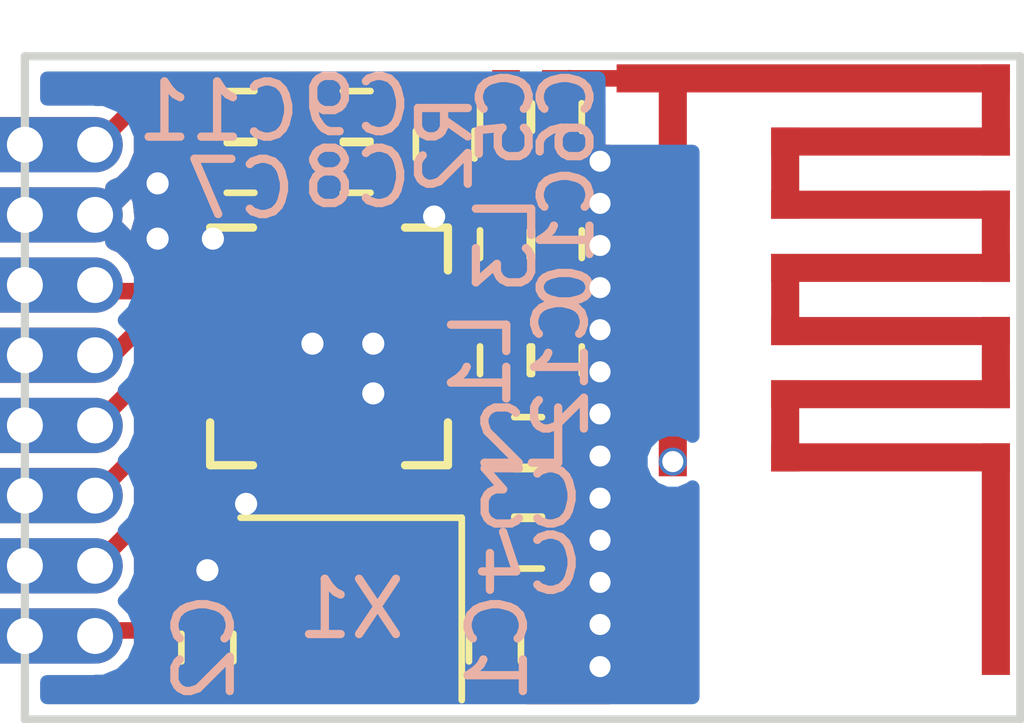
<source format=kicad_pcb>
(kicad_pcb (version 4) (host pcbnew 4.0.7)

  (general
    (links 86)
    (no_connects 23)
    (area 139.424999 86.424999 157.575001 98.575001)
    (thickness 1.6)
    (drawings 4)
    (tracks 132)
    (zones 0)
    (modules 24)
    (nets 18)
  )

  (page A4)
  (layers
    (0 F.Cu signal)
    (31 B.Cu signal)
    (32 B.Adhes user)
    (33 F.Adhes user)
    (34 B.Paste user)
    (35 F.Paste user)
    (36 B.SilkS user)
    (37 F.SilkS user)
    (38 B.Mask user)
    (39 F.Mask user)
    (40 Dwgs.User user)
    (41 Cmts.User user)
    (42 Eco1.User user)
    (43 Eco2.User user)
    (44 Edge.Cuts user)
    (45 Margin user)
    (46 B.CrtYd user)
    (47 F.CrtYd user)
    (48 B.Fab user)
    (49 F.Fab user hide)
  )

  (setup
    (last_trace_width 0.3)
    (trace_clearance 0.199)
    (zone_clearance 0.2)
    (zone_45_only no)
    (trace_min 0.2)
    (segment_width 0.2)
    (edge_width 0.15)
    (via_size 0.6)
    (via_drill 0.4)
    (via_min_size 0.4)
    (via_min_drill 0.3)
    (uvia_size 0.3)
    (uvia_drill 0.1)
    (uvias_allowed no)
    (uvia_min_size 0.2)
    (uvia_min_drill 0.1)
    (pcb_text_width 0.3)
    (pcb_text_size 1.5 1.5)
    (mod_edge_width 0.15)
    (mod_text_size 1 1)
    (mod_text_width 0.15)
    (pad_size 1.5 0.5)
    (pad_drill 0)
    (pad_to_mask_clearance 0.01)
    (aux_axis_origin 0 0)
    (visible_elements FFFEFF7F)
    (pcbplotparams
      (layerselection 0x00030_80000001)
      (usegerberextensions false)
      (excludeedgelayer true)
      (linewidth 0.100000)
      (plotframeref false)
      (viasonmask false)
      (mode 1)
      (useauxorigin false)
      (hpglpennumber 1)
      (hpglpenspeed 20)
      (hpglpendiameter 15)
      (hpglpenoverlay 2)
      (psnegative false)
      (psa4output false)
      (plotreference true)
      (plotvalue true)
      (plotinvisibletext false)
      (padsonsilk false)
      (subtractmaskfromsilk false)
      (outputformat 1)
      (mirror false)
      (drillshape 1)
      (scaleselection 1)
      (outputdirectory ""))
  )

  (net 0 "")
  (net 1 "Net-(C1-Pad1)")
  (net 2 VSS)
  (net 3 "Net-(C2-Pad1)")
  (net 4 "Net-(C3-Pad1)")
  (net 5 "Net-(ANT1-Pad1)")
  (net 6 "Net-(C5-Pad2)")
  (net 7 "Net-(C7-Pad1)")
  (net 8 VDD)
  (net 9 /CE)
  (net 10 /CSN)
  (net 11 /SCK)
  (net 12 /MOSI)
  (net 13 /MISO)
  (net 14 /IRQ)
  (net 15 "Net-(R2-Pad2)")
  (net 16 "Net-(C10-Pad1)")
  (net 17 "Net-(C12-Pad1)")

  (net_class Default "This is the default net class."
    (clearance 0.199)
    (trace_width 0.3)
    (via_dia 0.6)
    (via_drill 0.4)
    (uvia_dia 0.3)
    (uvia_drill 0.1)
    (add_net /CE)
    (add_net /CSN)
    (add_net /IRQ)
    (add_net /MISO)
    (add_net /MOSI)
    (add_net /SCK)
    (add_net "Net-(ANT1-Pad1)")
    (add_net "Net-(C1-Pad1)")
    (add_net "Net-(C10-Pad1)")
    (add_net "Net-(C12-Pad1)")
    (add_net "Net-(C2-Pad1)")
    (add_net "Net-(C3-Pad1)")
    (add_net "Net-(C5-Pad2)")
    (add_net "Net-(C7-Pad1)")
    (add_net "Net-(R2-Pad2)")
    (add_net VDD)
    (add_net VSS)
  )

  (module TestPoint:TestPoint_Pad_1.0x1.0mm (layer F.Cu) (tedit 5A29AA41) (tstamp 5A24566D)
    (at 145.7 92.1 90)
    (descr "SMD rectangular pad as test Point, square 1.0mm side length")
    (tags "test point SMD pad rectangle square")
    (attr virtual)
    (fp_text reference REF** (at 0 -1.448 90) (layer F.SilkS) hide
      (effects (font (size 1 1) (thickness 0.15)))
    )
    (fp_text value TestPoint_Pad_1.0x1.0mm (at 0 1.55 90) (layer F.Fab)
      (effects (font (size 1 1) (thickness 0.15)))
    )
    (pad 1 smd rect (at 0 0 90) (size 1.6 1) (layers F.Cu F.Paste F.Mask)
      (net 2 VSS))
  )

  (module TestPoint:TestPoint_Pad_1.0x1.0mm (layer F.Cu) (tedit 5A29AA51) (tstamp 5A245642)
    (at 145.2 92.65 180)
    (descr "SMD rectangular pad as test Point, square 1.0mm side length")
    (tags "test point SMD pad rectangle square")
    (attr virtual)
    (fp_text reference REF** (at 0 -1.448 180) (layer F.SilkS) hide
      (effects (font (size 1 1) (thickness 0.15)))
    )
    (fp_text value TestPoint_Pad_1.0x1.0mm (at 0 1.55 180) (layer F.Fab)
      (effects (font (size 1 1) (thickness 0.15)))
    )
    (pad 1 smd trapezoid (at 0 0 180) (size 1.5 0.5) (rect_delta 0 0.5 ) (layers F.Cu F.Paste F.Mask)
      (net 2 VSS))
  )

  (module TestPoint:TestPoint_Pad_1.0x1.0mm (layer F.Cu) (tedit 5A29AA47) (tstamp 5A24558D)
    (at 145.2 91.75)
    (descr "SMD rectangular pad as test Point, square 1.0mm side length")
    (tags "test point SMD pad rectangle square")
    (attr virtual)
    (fp_text reference REF** (at 0 -1.448) (layer F.SilkS) hide
      (effects (font (size 1 1) (thickness 0.15)))
    )
    (fp_text value TestPoint_Pad_1.0x1.0mm (at 0 1.55) (layer F.Fab)
      (effects (font (size 1 1) (thickness 0.15)))
    )
    (pad 1 smd rect (at 0 0) (size 2 1.3) (layers F.Cu F.Paste F.Mask)
      (net 2 VSS))
  )

  (module Capacitors_SMD:C_0402 (layer F.Cu) (tedit 5A082BE5) (tstamp 5A07BEAD)
    (at 148 97.2 270)
    (descr "Capacitor SMD 0402, reflow soldering, AVX (see smccp.pdf)")
    (tags "capacitor 0402")
    (path /5A07B160)
    (attr smd)
    (fp_text reference C1 (at 0 -0.05 270) (layer B.SilkS)
      (effects (font (size 1 1) (thickness 0.15)) (justify mirror))
    )
    (fp_text value 22pF (at 0 1.27 270) (layer F.Fab)
      (effects (font (size 1 1) (thickness 0.15)))
    )
    (fp_text user %R (at 0 -1.27 270) (layer F.Fab)
      (effects (font (size 1 1) (thickness 0.15)))
    )
    (fp_line (start -0.5 0.25) (end -0.5 -0.25) (layer F.Fab) (width 0.1))
    (fp_line (start 0.5 0.25) (end -0.5 0.25) (layer F.Fab) (width 0.1))
    (fp_line (start 0.5 -0.25) (end 0.5 0.25) (layer F.Fab) (width 0.1))
    (fp_line (start -0.5 -0.25) (end 0.5 -0.25) (layer F.Fab) (width 0.1))
    (fp_line (start 0.25 -0.47) (end -0.25 -0.47) (layer F.SilkS) (width 0.12))
    (fp_line (start -0.25 0.47) (end 0.25 0.47) (layer F.SilkS) (width 0.12))
    (fp_line (start -1 -0.4) (end 1 -0.4) (layer F.CrtYd) (width 0.05))
    (fp_line (start -1 -0.4) (end -1 0.4) (layer F.CrtYd) (width 0.05))
    (fp_line (start 1 0.4) (end 1 -0.4) (layer F.CrtYd) (width 0.05))
    (fp_line (start 1 0.4) (end -1 0.4) (layer F.CrtYd) (width 0.05))
    (pad 1 smd rect (at -0.55 0 270) (size 0.6 0.5) (layers F.Cu F.Paste F.Mask)
      (net 1 "Net-(C1-Pad1)"))
    (pad 2 smd rect (at 0.55 0 270) (size 0.6 0.5) (layers F.Cu F.Paste F.Mask)
      (net 2 VSS))
    (model Capacitors_SMD.3dshapes/C_0402.wrl
      (at (xyz 0 0 0))
      (scale (xyz 1 1 1))
      (rotate (xyz 0 0 0))
    )
  )

  (module Capacitors_SMD:C_0402 (layer F.Cu) (tedit 5A082B4C) (tstamp 5A07BEB3)
    (at 142.8 97.2 90)
    (descr "Capacitor SMD 0402, reflow soldering, AVX (see smccp.pdf)")
    (tags "capacitor 0402")
    (path /5A07B378)
    (attr smd)
    (fp_text reference C2 (at 0 -0.05 90) (layer B.SilkS)
      (effects (font (size 1 1) (thickness 0.15)) (justify mirror))
    )
    (fp_text value 22pF (at 0 1.27 90) (layer F.Fab)
      (effects (font (size 1 1) (thickness 0.15)))
    )
    (fp_text user %R (at 0 -1.27 90) (layer F.Fab)
      (effects (font (size 1 1) (thickness 0.15)))
    )
    (fp_line (start -0.5 0.25) (end -0.5 -0.25) (layer F.Fab) (width 0.1))
    (fp_line (start 0.5 0.25) (end -0.5 0.25) (layer F.Fab) (width 0.1))
    (fp_line (start 0.5 -0.25) (end 0.5 0.25) (layer F.Fab) (width 0.1))
    (fp_line (start -0.5 -0.25) (end 0.5 -0.25) (layer F.Fab) (width 0.1))
    (fp_line (start 0.25 -0.47) (end -0.25 -0.47) (layer F.SilkS) (width 0.12))
    (fp_line (start -0.25 0.47) (end 0.25 0.47) (layer F.SilkS) (width 0.12))
    (fp_line (start -1 -0.4) (end 1 -0.4) (layer F.CrtYd) (width 0.05))
    (fp_line (start -1 -0.4) (end -1 0.4) (layer F.CrtYd) (width 0.05))
    (fp_line (start 1 0.4) (end 1 -0.4) (layer F.CrtYd) (width 0.05))
    (fp_line (start 1 0.4) (end -1 0.4) (layer F.CrtYd) (width 0.05))
    (pad 1 smd rect (at -0.55 0 90) (size 0.6 0.5) (layers F.Cu F.Paste F.Mask)
      (net 3 "Net-(C2-Pad1)"))
    (pad 2 smd rect (at 0.55 0 90) (size 0.6 0.5) (layers F.Cu F.Paste F.Mask)
      (net 2 VSS))
    (model Capacitors_SMD.3dshapes/C_0402.wrl
      (at (xyz 0 0 0))
      (scale (xyz 1 1 1))
      (rotate (xyz 0 0 0))
    )
  )

  (module Capacitors_SMD:C_0402 (layer F.Cu) (tedit 5A082C0F) (tstamp 5A07BEB9)
    (at 148.6 94.4)
    (descr "Capacitor SMD 0402, reflow soldering, AVX (see smccp.pdf)")
    (tags "capacitor 0402")
    (path /5A07B552)
    (attr smd)
    (fp_text reference C3 (at 0 0.1) (layer B.SilkS)
      (effects (font (size 1 1) (thickness 0.15)) (justify mirror))
    )
    (fp_text value 2.2nF (at 0 1.27) (layer F.Fab)
      (effects (font (size 1 1) (thickness 0.15)))
    )
    (fp_text user %R (at 0 -1.27) (layer F.Fab)
      (effects (font (size 1 1) (thickness 0.15)))
    )
    (fp_line (start -0.5 0.25) (end -0.5 -0.25) (layer F.Fab) (width 0.1))
    (fp_line (start 0.5 0.25) (end -0.5 0.25) (layer F.Fab) (width 0.1))
    (fp_line (start 0.5 -0.25) (end 0.5 0.25) (layer F.Fab) (width 0.1))
    (fp_line (start -0.5 -0.25) (end 0.5 -0.25) (layer F.Fab) (width 0.1))
    (fp_line (start 0.25 -0.47) (end -0.25 -0.47) (layer F.SilkS) (width 0.12))
    (fp_line (start -0.25 0.47) (end 0.25 0.47) (layer F.SilkS) (width 0.12))
    (fp_line (start -1 -0.4) (end 1 -0.4) (layer F.CrtYd) (width 0.05))
    (fp_line (start -1 -0.4) (end -1 0.4) (layer F.CrtYd) (width 0.05))
    (fp_line (start 1 0.4) (end 1 -0.4) (layer F.CrtYd) (width 0.05))
    (fp_line (start 1 0.4) (end -1 0.4) (layer F.CrtYd) (width 0.05))
    (pad 1 smd rect (at -0.55 0) (size 0.6 0.5) (layers F.Cu F.Paste F.Mask)
      (net 4 "Net-(C3-Pad1)"))
    (pad 2 smd rect (at 0.55 0) (size 0.6 0.5) (layers F.Cu F.Paste F.Mask)
      (net 2 VSS))
    (model Capacitors_SMD.3dshapes/C_0402.wrl
      (at (xyz 0 0 0))
      (scale (xyz 1 1 1))
      (rotate (xyz 0 0 0))
    )
  )

  (module Capacitors_SMD:C_0402 (layer F.Cu) (tedit 5A0944AA) (tstamp 5A07BEBF)
    (at 148.6 95.3)
    (descr "Capacitor SMD 0402, reflow soldering, AVX (see smccp.pdf)")
    (tags "capacitor 0402")
    (path /5A07B1D7)
    (attr smd)
    (fp_text reference C4 (at 0 0.4) (layer B.SilkS)
      (effects (font (size 1 1) (thickness 0.15)) (justify mirror))
    )
    (fp_text value 4.7pF (at 0 1.27) (layer F.Fab)
      (effects (font (size 1 1) (thickness 0.15)))
    )
    (fp_text user %R (at 0 -1.27) (layer F.Fab)
      (effects (font (size 1 1) (thickness 0.15)))
    )
    (fp_line (start -0.5 0.25) (end -0.5 -0.25) (layer F.Fab) (width 0.1))
    (fp_line (start 0.5 0.25) (end -0.5 0.25) (layer F.Fab) (width 0.1))
    (fp_line (start 0.5 -0.25) (end 0.5 0.25) (layer F.Fab) (width 0.1))
    (fp_line (start -0.5 -0.25) (end 0.5 -0.25) (layer F.Fab) (width 0.1))
    (fp_line (start 0.25 -0.47) (end -0.25 -0.47) (layer F.SilkS) (width 0.12))
    (fp_line (start -0.25 0.47) (end 0.25 0.47) (layer F.SilkS) (width 0.12))
    (fp_line (start -1 -0.4) (end 1 -0.4) (layer F.CrtYd) (width 0.05))
    (fp_line (start -1 -0.4) (end -1 0.4) (layer F.CrtYd) (width 0.05))
    (fp_line (start 1 0.4) (end 1 -0.4) (layer F.CrtYd) (width 0.05))
    (fp_line (start 1 0.4) (end -1 0.4) (layer F.CrtYd) (width 0.05))
    (pad 1 smd rect (at -0.55 0) (size 0.6 0.5) (layers F.Cu F.Paste F.Mask)
      (net 4 "Net-(C3-Pad1)"))
    (pad 2 smd rect (at 0.55 0) (size 0.6 0.5) (layers F.Cu F.Paste F.Mask)
      (net 2 VSS))
    (model Capacitors_SMD.3dshapes/C_0402.wrl
      (at (xyz 0 0 0))
      (scale (xyz 1 1 1))
      (rotate (xyz 0 0 0))
    )
  )

  (module Capacitors_SMD:C_0402 (layer F.Cu) (tedit 5A094501) (tstamp 5A07BEC5)
    (at 148.2 87.6 270)
    (descr "Capacitor SMD 0402, reflow soldering, AVX (see smccp.pdf)")
    (tags "capacitor 0402")
    (path /5A07B37E)
    (attr smd)
    (fp_text reference C5 (at 0 0 270) (layer B.SilkS)
      (effects (font (size 0.9 0.9) (thickness 0.15)) (justify mirror))
    )
    (fp_text value 1.5pF (at 0 1.27 270) (layer F.Fab)
      (effects (font (size 1 1) (thickness 0.15)))
    )
    (fp_text user %R (at 0 -1.27 270) (layer F.Fab)
      (effects (font (size 1 1) (thickness 0.15)))
    )
    (fp_line (start -0.5 0.25) (end -0.5 -0.25) (layer F.Fab) (width 0.1))
    (fp_line (start 0.5 0.25) (end -0.5 0.25) (layer F.Fab) (width 0.1))
    (fp_line (start 0.5 -0.25) (end 0.5 0.25) (layer F.Fab) (width 0.1))
    (fp_line (start -0.5 -0.25) (end 0.5 -0.25) (layer F.Fab) (width 0.1))
    (fp_line (start 0.25 -0.47) (end -0.25 -0.47) (layer F.SilkS) (width 0.12))
    (fp_line (start -0.25 0.47) (end 0.25 0.47) (layer F.SilkS) (width 0.12))
    (fp_line (start -1 -0.4) (end 1 -0.4) (layer F.CrtYd) (width 0.05))
    (fp_line (start -1 -0.4) (end -1 0.4) (layer F.CrtYd) (width 0.05))
    (fp_line (start 1 0.4) (end 1 -0.4) (layer F.CrtYd) (width 0.05))
    (fp_line (start 1 0.4) (end -1 0.4) (layer F.CrtYd) (width 0.05))
    (pad 1 smd rect (at -0.55 0 270) (size 0.6 0.5) (layers F.Cu F.Paste F.Mask)
      (net 5 "Net-(ANT1-Pad1)"))
    (pad 2 smd rect (at 0.55 0 270) (size 0.6 0.5) (layers F.Cu F.Paste F.Mask)
      (net 6 "Net-(C5-Pad2)"))
    (model Capacitors_SMD.3dshapes/C_0402.wrl
      (at (xyz 0 0 0))
      (scale (xyz 1 1 1))
      (rotate (xyz 0 0 0))
    )
  )

  (module Capacitors_SMD:C_0402 (layer F.Cu) (tedit 5A094504) (tstamp 5A07BECB)
    (at 149.1 87.6 270)
    (descr "Capacitor SMD 0402, reflow soldering, AVX (see smccp.pdf)")
    (tags "capacitor 0402")
    (path /5A07B558)
    (attr smd)
    (fp_text reference C6 (at 0 -0.2 270) (layer B.SilkS)
      (effects (font (size 0.9 0.9) (thickness 0.15)) (justify mirror))
    )
    (fp_text value 1.0pF (at 0 1.27 270) (layer F.Fab)
      (effects (font (size 1 1) (thickness 0.15)))
    )
    (fp_text user %R (at 0 -1.27 270) (layer F.Fab)
      (effects (font (size 1 1) (thickness 0.15)))
    )
    (fp_line (start -0.5 0.25) (end -0.5 -0.25) (layer F.Fab) (width 0.1))
    (fp_line (start 0.5 0.25) (end -0.5 0.25) (layer F.Fab) (width 0.1))
    (fp_line (start 0.5 -0.25) (end 0.5 0.25) (layer F.Fab) (width 0.1))
    (fp_line (start -0.5 -0.25) (end 0.5 -0.25) (layer F.Fab) (width 0.1))
    (fp_line (start 0.25 -0.47) (end -0.25 -0.47) (layer F.SilkS) (width 0.12))
    (fp_line (start -0.25 0.47) (end 0.25 0.47) (layer F.SilkS) (width 0.12))
    (fp_line (start -1 -0.4) (end 1 -0.4) (layer F.CrtYd) (width 0.05))
    (fp_line (start -1 -0.4) (end -1 0.4) (layer F.CrtYd) (width 0.05))
    (fp_line (start 1 0.4) (end 1 -0.4) (layer F.CrtYd) (width 0.05))
    (fp_line (start 1 0.4) (end -1 0.4) (layer F.CrtYd) (width 0.05))
    (pad 1 smd rect (at -0.55 0 270) (size 0.6 0.5) (layers F.Cu F.Paste F.Mask)
      (net 5 "Net-(ANT1-Pad1)"))
    (pad 2 smd rect (at 0.55 0 270) (size 0.6 0.5) (layers F.Cu F.Paste F.Mask)
      (net 2 VSS))
    (model Capacitors_SMD.3dshapes/C_0402.wrl
      (at (xyz 0 0 0))
      (scale (xyz 1 1 1))
      (rotate (xyz 0 0 0))
    )
  )

  (module Capacitors_SMD:C_0402 (layer F.Cu) (tedit 5A094494) (tstamp 5A07BED1)
    (at 143.4 88.5 180)
    (descr "Capacitor SMD 0402, reflow soldering, AVX (see smccp.pdf)")
    (tags "capacitor 0402")
    (path /5A07B203)
    (attr smd)
    (fp_text reference C7 (at 0 -0.4 180) (layer B.SilkS)
      (effects (font (size 1 1) (thickness 0.15)) (justify mirror))
    )
    (fp_text value 33nF (at 0 1.27 180) (layer F.Fab)
      (effects (font (size 1 1) (thickness 0.15)))
    )
    (fp_text user %R (at 0 -1.27 180) (layer F.Fab)
      (effects (font (size 1 1) (thickness 0.15)))
    )
    (fp_line (start -0.5 0.25) (end -0.5 -0.25) (layer F.Fab) (width 0.1))
    (fp_line (start 0.5 0.25) (end -0.5 0.25) (layer F.Fab) (width 0.1))
    (fp_line (start 0.5 -0.25) (end 0.5 0.25) (layer F.Fab) (width 0.1))
    (fp_line (start -0.5 -0.25) (end 0.5 -0.25) (layer F.Fab) (width 0.1))
    (fp_line (start 0.25 -0.47) (end -0.25 -0.47) (layer F.SilkS) (width 0.12))
    (fp_line (start -0.25 0.47) (end 0.25 0.47) (layer F.SilkS) (width 0.12))
    (fp_line (start -1 -0.4) (end 1 -0.4) (layer F.CrtYd) (width 0.05))
    (fp_line (start -1 -0.4) (end -1 0.4) (layer F.CrtYd) (width 0.05))
    (fp_line (start 1 0.4) (end 1 -0.4) (layer F.CrtYd) (width 0.05))
    (fp_line (start 1 0.4) (end -1 0.4) (layer F.CrtYd) (width 0.05))
    (pad 1 smd rect (at -0.55 0 180) (size 0.6 0.5) (layers F.Cu F.Paste F.Mask)
      (net 7 "Net-(C7-Pad1)"))
    (pad 2 smd rect (at 0.55 0 180) (size 0.6 0.5) (layers F.Cu F.Paste F.Mask)
      (net 2 VSS))
    (model Capacitors_SMD.3dshapes/C_0402.wrl
      (at (xyz 0 0 0))
      (scale (xyz 1 1 1))
      (rotate (xyz 0 0 0))
    )
  )

  (module Capacitors_SMD:C_0402 (layer F.Cu) (tedit 5A082BCD) (tstamp 5A07BED7)
    (at 145.5 88.5)
    (descr "Capacitor SMD 0402, reflow soldering, AVX (see smccp.pdf)")
    (tags "capacitor 0402")
    (path /5A07B384)
    (attr smd)
    (fp_text reference C8 (at 0 0.2) (layer B.SilkS)
      (effects (font (size 1 1) (thickness 0.15)) (justify mirror))
    )
    (fp_text value 1nF (at 0 1.27) (layer F.Fab)
      (effects (font (size 1 1) (thickness 0.15)))
    )
    (fp_text user %R (at 0 -1.27) (layer F.Fab)
      (effects (font (size 1 1) (thickness 0.15)))
    )
    (fp_line (start -0.5 0.25) (end -0.5 -0.25) (layer F.Fab) (width 0.1))
    (fp_line (start 0.5 0.25) (end -0.5 0.25) (layer F.Fab) (width 0.1))
    (fp_line (start 0.5 -0.25) (end 0.5 0.25) (layer F.Fab) (width 0.1))
    (fp_line (start -0.5 -0.25) (end 0.5 -0.25) (layer F.Fab) (width 0.1))
    (fp_line (start 0.25 -0.47) (end -0.25 -0.47) (layer F.SilkS) (width 0.12))
    (fp_line (start -0.25 0.47) (end 0.25 0.47) (layer F.SilkS) (width 0.12))
    (fp_line (start -1 -0.4) (end 1 -0.4) (layer F.CrtYd) (width 0.05))
    (fp_line (start -1 -0.4) (end -1 0.4) (layer F.CrtYd) (width 0.05))
    (fp_line (start 1 0.4) (end 1 -0.4) (layer F.CrtYd) (width 0.05))
    (fp_line (start 1 0.4) (end -1 0.4) (layer F.CrtYd) (width 0.05))
    (pad 1 smd rect (at -0.55 0) (size 0.6 0.5) (layers F.Cu F.Paste F.Mask)
      (net 8 VDD))
    (pad 2 smd rect (at 0.55 0) (size 0.6 0.5) (layers F.Cu F.Paste F.Mask)
      (net 2 VSS))
    (model Capacitors_SMD.3dshapes/C_0402.wrl
      (at (xyz 0 0 0))
      (scale (xyz 1 1 1))
      (rotate (xyz 0 0 0))
    )
  )

  (module Capacitors_SMD:C_0402 (layer F.Cu) (tedit 5A082BC8) (tstamp 5A07BEDD)
    (at 145.5 87.6)
    (descr "Capacitor SMD 0402, reflow soldering, AVX (see smccp.pdf)")
    (tags "capacitor 0402")
    (path /5A07B55E)
    (attr smd)
    (fp_text reference C9 (at 0 -0.2) (layer B.SilkS)
      (effects (font (size 1 1) (thickness 0.15)) (justify mirror))
    )
    (fp_text value 10nF (at 0 1.27) (layer F.Fab)
      (effects (font (size 1 1) (thickness 0.15)))
    )
    (fp_text user %R (at 0 -1.27) (layer F.Fab)
      (effects (font (size 1 1) (thickness 0.15)))
    )
    (fp_line (start -0.5 0.25) (end -0.5 -0.25) (layer F.Fab) (width 0.1))
    (fp_line (start 0.5 0.25) (end -0.5 0.25) (layer F.Fab) (width 0.1))
    (fp_line (start 0.5 -0.25) (end 0.5 0.25) (layer F.Fab) (width 0.1))
    (fp_line (start -0.5 -0.25) (end 0.5 -0.25) (layer F.Fab) (width 0.1))
    (fp_line (start 0.25 -0.47) (end -0.25 -0.47) (layer F.SilkS) (width 0.12))
    (fp_line (start -0.25 0.47) (end 0.25 0.47) (layer F.SilkS) (width 0.12))
    (fp_line (start -1 -0.4) (end 1 -0.4) (layer F.CrtYd) (width 0.05))
    (fp_line (start -1 -0.4) (end -1 0.4) (layer F.CrtYd) (width 0.05))
    (fp_line (start 1 0.4) (end 1 -0.4) (layer F.CrtYd) (width 0.05))
    (fp_line (start 1 0.4) (end -1 0.4) (layer F.CrtYd) (width 0.05))
    (pad 1 smd rect (at -0.55 0) (size 0.6 0.5) (layers F.Cu F.Paste F.Mask)
      (net 8 VDD))
    (pad 2 smd rect (at 0.55 0) (size 0.6 0.5) (layers F.Cu F.Paste F.Mask)
      (net 2 VSS))
    (model Capacitors_SMD.3dshapes/C_0402.wrl
      (at (xyz 0 0 0))
      (scale (xyz 1 1 1))
      (rotate (xyz 0 0 0))
    )
  )

  (module Capacitors_SMD:C_0402 (layer F.Cu) (tedit 5A082C24) (tstamp 5A07BEEF)
    (at 148.2 92 90)
    (descr "Capacitor SMD 0402, reflow soldering, AVX (see smccp.pdf)")
    (tags "capacitor 0402")
    (path /5A07B61A)
    (attr smd)
    (fp_text reference L1 (at 0 -0.45 90) (layer B.SilkS)
      (effects (font (size 1 1) (thickness 0.15)) (justify mirror))
    )
    (fp_text value 8.2nH (at 0 1.27 90) (layer F.Fab)
      (effects (font (size 1 1) (thickness 0.15)))
    )
    (fp_text user %R (at 0 -1.27 90) (layer F.Fab)
      (effects (font (size 1 1) (thickness 0.15)))
    )
    (fp_line (start -0.5 0.25) (end -0.5 -0.25) (layer F.Fab) (width 0.1))
    (fp_line (start 0.5 0.25) (end -0.5 0.25) (layer F.Fab) (width 0.1))
    (fp_line (start 0.5 -0.25) (end 0.5 0.25) (layer F.Fab) (width 0.1))
    (fp_line (start -0.5 -0.25) (end 0.5 -0.25) (layer F.Fab) (width 0.1))
    (fp_line (start 0.25 -0.47) (end -0.25 -0.47) (layer F.SilkS) (width 0.12))
    (fp_line (start -0.25 0.47) (end 0.25 0.47) (layer F.SilkS) (width 0.12))
    (fp_line (start -1 -0.4) (end 1 -0.4) (layer F.CrtYd) (width 0.05))
    (fp_line (start -1 -0.4) (end -1 0.4) (layer F.CrtYd) (width 0.05))
    (fp_line (start 1 0.4) (end 1 -0.4) (layer F.CrtYd) (width 0.05))
    (fp_line (start 1 0.4) (end -1 0.4) (layer F.CrtYd) (width 0.05))
    (pad 1 smd rect (at -0.55 0 90) (size 0.6 0.5) (layers F.Cu F.Paste F.Mask)
      (net 17 "Net-(C12-Pad1)"))
    (pad 2 smd rect (at 0.55 0 90) (size 0.6 0.5) (layers F.Cu F.Paste F.Mask)
      (net 16 "Net-(C10-Pad1)"))
    (model Capacitors_SMD.3dshapes/C_0402.wrl
      (at (xyz 0 0 0))
      (scale (xyz 1 1 1))
      (rotate (xyz 0 0 0))
    )
  )

  (module Capacitors_SMD:C_0402 (layer F.Cu) (tedit 5A082C18) (tstamp 5A07BEF5)
    (at 148.6 93.5)
    (descr "Capacitor SMD 0402, reflow soldering, AVX (see smccp.pdf)")
    (tags "capacitor 0402")
    (path /5A07B698)
    (attr smd)
    (fp_text reference L2 (at -0.1 -0.1) (layer B.SilkS)
      (effects (font (size 1 1) (thickness 0.15)) (justify mirror))
    )
    (fp_text value 2.7nH (at 0 1.27) (layer F.Fab)
      (effects (font (size 1 1) (thickness 0.15)))
    )
    (fp_text user %R (at 0 -1.27) (layer F.Fab)
      (effects (font (size 1 1) (thickness 0.15)))
    )
    (fp_line (start -0.5 0.25) (end -0.5 -0.25) (layer F.Fab) (width 0.1))
    (fp_line (start 0.5 0.25) (end -0.5 0.25) (layer F.Fab) (width 0.1))
    (fp_line (start 0.5 -0.25) (end 0.5 0.25) (layer F.Fab) (width 0.1))
    (fp_line (start -0.5 -0.25) (end 0.5 -0.25) (layer F.Fab) (width 0.1))
    (fp_line (start 0.25 -0.47) (end -0.25 -0.47) (layer F.SilkS) (width 0.12))
    (fp_line (start -0.25 0.47) (end 0.25 0.47) (layer F.SilkS) (width 0.12))
    (fp_line (start -1 -0.4) (end 1 -0.4) (layer F.CrtYd) (width 0.05))
    (fp_line (start -1 -0.4) (end -1 0.4) (layer F.CrtYd) (width 0.05))
    (fp_line (start 1 0.4) (end 1 -0.4) (layer F.CrtYd) (width 0.05))
    (fp_line (start 1 0.4) (end -1 0.4) (layer F.CrtYd) (width 0.05))
    (pad 1 smd rect (at -0.55 0) (size 0.6 0.5) (layers F.Cu F.Paste F.Mask)
      (net 4 "Net-(C3-Pad1)"))
    (pad 2 smd rect (at 0.55 0) (size 0.6 0.5) (layers F.Cu F.Paste F.Mask)
      (net 17 "Net-(C12-Pad1)"))
    (model Capacitors_SMD.3dshapes/C_0402.wrl
      (at (xyz 0 0 0))
      (scale (xyz 1 1 1))
      (rotate (xyz 0 0 0))
    )
  )

  (module Capacitors_SMD:C_0402 (layer F.Cu) (tedit 5A082B1D) (tstamp 5A07BEFB)
    (at 148.2 89.9 270)
    (descr "Capacitor SMD 0402, reflow soldering, AVX (see smccp.pdf)")
    (tags "capacitor 0402")
    (path /5A07B653)
    (attr smd)
    (fp_text reference L3 (at 0 0 270) (layer B.SilkS)
      (effects (font (size 1 1) (thickness 0.15)) (justify mirror))
    )
    (fp_text value 3.9nH (at 0 1.27 270) (layer F.Fab)
      (effects (font (size 1 1) (thickness 0.15)))
    )
    (fp_text user %R (at 0 -1.27 270) (layer F.Fab)
      (effects (font (size 1 1) (thickness 0.15)))
    )
    (fp_line (start -0.5 0.25) (end -0.5 -0.25) (layer F.Fab) (width 0.1))
    (fp_line (start 0.5 0.25) (end -0.5 0.25) (layer F.Fab) (width 0.1))
    (fp_line (start 0.5 -0.25) (end 0.5 0.25) (layer F.Fab) (width 0.1))
    (fp_line (start -0.5 -0.25) (end 0.5 -0.25) (layer F.Fab) (width 0.1))
    (fp_line (start 0.25 -0.47) (end -0.25 -0.47) (layer F.SilkS) (width 0.12))
    (fp_line (start -0.25 0.47) (end 0.25 0.47) (layer F.SilkS) (width 0.12))
    (fp_line (start -1 -0.4) (end 1 -0.4) (layer F.CrtYd) (width 0.05))
    (fp_line (start -1 -0.4) (end -1 0.4) (layer F.CrtYd) (width 0.05))
    (fp_line (start 1 0.4) (end 1 -0.4) (layer F.CrtYd) (width 0.05))
    (fp_line (start 1 0.4) (end -1 0.4) (layer F.CrtYd) (width 0.05))
    (pad 1 smd rect (at -0.55 0 270) (size 0.6 0.5) (layers F.Cu F.Paste F.Mask)
      (net 6 "Net-(C5-Pad2)"))
    (pad 2 smd rect (at 0.55 0 270) (size 0.6 0.5) (layers F.Cu F.Paste F.Mask)
      (net 16 "Net-(C10-Pad1)"))
    (model Capacitors_SMD.3dshapes/C_0402.wrl
      (at (xyz 0 0 0))
      (scale (xyz 1 1 1))
      (rotate (xyz 0 0 0))
    )
  )

  (module Resistors_SMD:R_0402 (layer F.Cu) (tedit 5A0944FD) (tstamp 5A07BF07)
    (at 147.1 88.1 270)
    (descr "Resistor SMD 0402, reflow soldering, Vishay (see dcrcw.pdf)")
    (tags "resistor 0402")
    (path /5A07B73B)
    (attr smd)
    (fp_text reference R2 (at 0 0 270) (layer B.SilkS)
      (effects (font (size 0.9 0.9) (thickness 0.15)) (justify mirror))
    )
    (fp_text value 22k (at 0 1.45 270) (layer F.Fab)
      (effects (font (size 1 1) (thickness 0.15)))
    )
    (fp_text user %R (at 0 -1.35 270) (layer F.Fab)
      (effects (font (size 1 1) (thickness 0.15)))
    )
    (fp_line (start -0.5 0.25) (end -0.5 -0.25) (layer F.Fab) (width 0.1))
    (fp_line (start 0.5 0.25) (end -0.5 0.25) (layer F.Fab) (width 0.1))
    (fp_line (start 0.5 -0.25) (end 0.5 0.25) (layer F.Fab) (width 0.1))
    (fp_line (start -0.5 -0.25) (end 0.5 -0.25) (layer F.Fab) (width 0.1))
    (fp_line (start 0.25 -0.53) (end -0.25 -0.53) (layer F.SilkS) (width 0.12))
    (fp_line (start -0.25 0.53) (end 0.25 0.53) (layer F.SilkS) (width 0.12))
    (fp_line (start -0.8 -0.45) (end 0.8 -0.45) (layer F.CrtYd) (width 0.05))
    (fp_line (start -0.8 -0.45) (end -0.8 0.45) (layer F.CrtYd) (width 0.05))
    (fp_line (start 0.8 0.45) (end 0.8 -0.45) (layer F.CrtYd) (width 0.05))
    (fp_line (start 0.8 0.45) (end -0.8 0.45) (layer F.CrtYd) (width 0.05))
    (pad 1 smd rect (at -0.45 0 270) (size 0.4 0.6) (layers F.Cu F.Paste F.Mask)
      (net 2 VSS))
    (pad 2 smd rect (at 0.45 0 270) (size 0.4 0.6) (layers F.Cu F.Paste F.Mask)
      (net 15 "Net-(R2-Pad2)"))
    (model ${KISYS3DMOD}/Resistors_SMD.3dshapes/R_0402.wrl
      (at (xyz 0 0 0))
      (scale (xyz 1 1 1))
      (rotate (xyz 0 0 0))
    )
  )

  (module Housings_DFN_QFN:QFN-20-1EP_4x4mm_Pitch0.5mm (layer F.Cu) (tedit 5A082A99) (tstamp 5A07BF23)
    (at 145 91.75)
    (descr "20-Lead Plastic Quad Flat, No Lead Package (ML) - 4x4x0.9 mm Body [QFN]; (see Microchip Packaging Specification 00000049BS.pdf)")
    (tags "QFN 0.5")
    (path /5A07BBD2)
    (attr smd)
    (fp_text reference U1 (at -3.6 -2.05) (layer Cmts.User)
      (effects (font (size 1 1) (thickness 0.15)))
    )
    (fp_text value nRF24L01+ (at 0 3.33) (layer F.Fab)
      (effects (font (size 1 1) (thickness 0.15)))
    )
    (fp_line (start -1 -2) (end 2 -2) (layer F.Fab) (width 0.15))
    (fp_line (start 2 -2) (end 2 2) (layer F.Fab) (width 0.15))
    (fp_line (start 2 2) (end -2 2) (layer F.Fab) (width 0.15))
    (fp_line (start -2 2) (end -2 -1) (layer F.Fab) (width 0.15))
    (fp_line (start -2 -1) (end -1 -2) (layer F.Fab) (width 0.15))
    (fp_line (start -2.6 -2.6) (end -2.6 2.6) (layer F.CrtYd) (width 0.05))
    (fp_line (start 2.6 -2.6) (end 2.6 2.6) (layer F.CrtYd) (width 0.05))
    (fp_line (start -2.6 -2.6) (end 2.6 -2.6) (layer F.CrtYd) (width 0.05))
    (fp_line (start -2.6 2.6) (end 2.6 2.6) (layer F.CrtYd) (width 0.05))
    (fp_line (start 2.15 -2.15) (end 2.15 -1.375) (layer F.SilkS) (width 0.15))
    (fp_line (start -2.15 2.15) (end -2.15 1.375) (layer F.SilkS) (width 0.15))
    (fp_line (start 2.15 2.15) (end 2.15 1.375) (layer F.SilkS) (width 0.15))
    (fp_line (start -2.15 -2.15) (end -1.375 -2.15) (layer F.SilkS) (width 0.15))
    (fp_line (start -2.15 2.15) (end -1.375 2.15) (layer F.SilkS) (width 0.15))
    (fp_line (start 2.15 2.15) (end 1.375 2.15) (layer F.SilkS) (width 0.15))
    (fp_line (start 2.15 -2.15) (end 1.375 -2.15) (layer F.SilkS) (width 0.15))
    (pad 1 smd rect (at -1.965 -1) (size 0.73 0.3) (layers F.Cu F.Paste F.Mask)
      (net 9 /CE))
    (pad 2 smd rect (at -1.965 -0.5) (size 0.73 0.3) (layers F.Cu F.Paste F.Mask)
      (net 10 /CSN))
    (pad 3 smd rect (at -1.965 0) (size 0.73 0.3) (layers F.Cu F.Paste F.Mask)
      (net 11 /SCK))
    (pad 4 smd rect (at -1.965 0.5) (size 0.73 0.3) (layers F.Cu F.Paste F.Mask)
      (net 12 /MOSI))
    (pad 5 smd rect (at -1.965 1) (size 0.73 0.3) (layers F.Cu F.Paste F.Mask)
      (net 13 /MISO))
    (pad 6 smd rect (at -1 1.965 90) (size 0.73 0.3) (layers F.Cu F.Paste F.Mask)
      (net 14 /IRQ))
    (pad 7 smd rect (at -0.5 1.965 90) (size 0.73 0.3) (layers F.Cu F.Paste F.Mask)
      (net 8 VDD))
    (pad 8 smd rect (at 0 1.965 90) (size 0.73 0.3) (layers F.Cu F.Paste F.Mask)
      (net 2 VSS))
    (pad 9 smd rect (at 0.5 1.965 90) (size 0.73 0.3) (layers F.Cu F.Paste F.Mask)
      (net 3 "Net-(C2-Pad1)"))
    (pad 10 smd rect (at 1 1.965 90) (size 0.73 0.3) (layers F.Cu F.Paste F.Mask)
      (net 1 "Net-(C1-Pad1)"))
    (pad 11 smd rect (at 1.965 1) (size 0.73 0.3) (layers F.Cu F.Paste F.Mask)
      (net 4 "Net-(C3-Pad1)"))
    (pad 12 smd rect (at 1.965 0.5) (size 0.73 0.3) (layers F.Cu F.Paste F.Mask)
      (net 17 "Net-(C12-Pad1)"))
    (pad 13 smd rect (at 1.965 0) (size 0.73 0.3) (layers F.Cu F.Paste F.Mask)
      (net 16 "Net-(C10-Pad1)"))
    (pad 14 smd rect (at 1.965 -0.5) (size 0.73 0.3) (layers F.Cu F.Paste F.Mask)
      (net 2 VSS))
    (pad 15 smd rect (at 1.965 -1) (size 0.73 0.3) (layers F.Cu F.Paste F.Mask)
      (net 8 VDD))
    (pad 16 smd rect (at 1 -1.965 90) (size 0.73 0.3) (layers F.Cu F.Paste F.Mask)
      (net 15 "Net-(R2-Pad2)"))
    (pad 17 smd rect (at 0.5 -1.965 90) (size 0.73 0.3) (layers F.Cu F.Paste F.Mask)
      (net 2 VSS))
    (pad 18 smd rect (at 0 -1.965 90) (size 0.73 0.3) (layers F.Cu F.Paste F.Mask)
      (net 8 VDD))
    (pad 19 smd rect (at -0.5 -1.965 90) (size 0.73 0.3) (layers F.Cu F.Paste F.Mask)
      (net 7 "Net-(C7-Pad1)"))
    (pad 20 smd rect (at -1 -1.965 90) (size 0.73 0.3) (layers F.Cu F.Paste F.Mask)
      (net 2 VSS))
    (model ${KISYS3DMOD}/Housings_DFN_QFN.3dshapes/QFN-20-1EP_4x4mm_Pitch0.5mm.wrl
      (at (xyz 0 0 0))
      (scale (xyz 1 1 1))
      (rotate (xyz 0 0 0))
    )
  )

  (module Crystals:Crystal_SMD_3225-4pin_3.2x2.5mm (layer F.Cu) (tedit 5A082B6B) (tstamp 5A07BF2B)
    (at 145.4 96.5 180)
    (descr "SMD Crystal SERIES SMD3225/4 http://www.txccrystal.com/images/pdf/7m-accuracy.pdf, 3.2x2.5mm^2 package")
    (tags "SMD SMT crystal")
    (path /5A08ECF5)
    (attr smd)
    (fp_text reference X1 (at 0 0 180) (layer B.SilkS)
      (effects (font (size 1 1) (thickness 0.15)) (justify mirror))
    )
    (fp_text value 16MHz (at 0 2.45 180) (layer F.Fab)
      (effects (font (size 1 1) (thickness 0.15)))
    )
    (fp_text user %R (at 0 0 180) (layer F.Fab)
      (effects (font (size 0.7 0.7) (thickness 0.105)))
    )
    (fp_line (start -1.6 -1.25) (end -1.6 1.25) (layer F.Fab) (width 0.1))
    (fp_line (start -1.6 1.25) (end 1.6 1.25) (layer F.Fab) (width 0.1))
    (fp_line (start 1.6 1.25) (end 1.6 -1.25) (layer F.Fab) (width 0.1))
    (fp_line (start 1.6 -1.25) (end -1.6 -1.25) (layer F.Fab) (width 0.1))
    (fp_line (start -1.6 0.25) (end -0.6 1.25) (layer F.Fab) (width 0.1))
    (fp_line (start -2 -1.65) (end -2 1.65) (layer F.SilkS) (width 0.12))
    (fp_line (start -2 1.65) (end 2 1.65) (layer F.SilkS) (width 0.12))
    (fp_line (start -2.1 -1.7) (end -2.1 1.7) (layer F.CrtYd) (width 0.05))
    (fp_line (start -2.1 1.7) (end 2.1 1.7) (layer F.CrtYd) (width 0.05))
    (fp_line (start 2.1 1.7) (end 2.1 -1.7) (layer F.CrtYd) (width 0.05))
    (fp_line (start 2.1 -1.7) (end -2.1 -1.7) (layer F.CrtYd) (width 0.05))
    (pad 1 smd rect (at -1.1 0.85 180) (size 1.4 1.2) (layers F.Cu F.Paste F.Mask)
      (net 1 "Net-(C1-Pad1)"))
    (pad 2 smd rect (at 1.1 0.85 180) (size 1.4 1.2) (layers F.Cu F.Paste F.Mask)
      (net 2 VSS))
    (pad 3 smd rect (at 1.1 -0.85 180) (size 1.4 1.2) (layers F.Cu F.Paste F.Mask)
      (net 3 "Net-(C2-Pad1)"))
    (pad 4 smd rect (at -1.1 -0.85 180) (size 1.4 1.2) (layers F.Cu F.Paste F.Mask)
      (net 2 VSS))
    (model ${KISYS3DMOD}/Crystals.3dshapes/Crystal_SMD_3225-4pin_3.2x2.5mm.wrl
      (at (xyz 0 0 0))
      (scale (xyz 1 1 1))
      (rotate (xyz 0 0 0))
    )
  )

  (module Capacitors_SMD:C_0402 (layer F.Cu) (tedit 5A094F3A) (tstamp 5A0933EC)
    (at 149.1 89.9 90)
    (descr "Capacitor SMD 0402, reflow soldering, AVX (see smccp.pdf)")
    (tags "capacitor 0402")
    (path /5A093CF3)
    (attr smd)
    (fp_text reference C10 (at 0.1 0.2 90) (layer B.SilkS)
      (effects (font (size 0.9 0.9) (thickness 0.15)) (justify mirror))
    )
    (fp_text value C (at 0 1.27 90) (layer F.Fab)
      (effects (font (size 1 1) (thickness 0.15)))
    )
    (fp_text user %R (at 0 -1.27 90) (layer F.Fab)
      (effects (font (size 1 1) (thickness 0.15)))
    )
    (fp_line (start -0.5 0.25) (end -0.5 -0.25) (layer F.Fab) (width 0.1))
    (fp_line (start 0.5 0.25) (end -0.5 0.25) (layer F.Fab) (width 0.1))
    (fp_line (start 0.5 -0.25) (end 0.5 0.25) (layer F.Fab) (width 0.1))
    (fp_line (start -0.5 -0.25) (end 0.5 -0.25) (layer F.Fab) (width 0.1))
    (fp_line (start 0.25 -0.47) (end -0.25 -0.47) (layer F.SilkS) (width 0.12))
    (fp_line (start -0.25 0.47) (end 0.25 0.47) (layer F.SilkS) (width 0.12))
    (fp_line (start -1 -0.4) (end 1 -0.4) (layer F.CrtYd) (width 0.05))
    (fp_line (start -1 -0.4) (end -1 0.4) (layer F.CrtYd) (width 0.05))
    (fp_line (start 1 0.4) (end 1 -0.4) (layer F.CrtYd) (width 0.05))
    (fp_line (start 1 0.4) (end -1 0.4) (layer F.CrtYd) (width 0.05))
    (pad 1 smd rect (at -0.55 0 90) (size 0.6 0.5) (layers F.Cu F.Paste F.Mask)
      (net 16 "Net-(C10-Pad1)"))
    (pad 2 smd rect (at 0.55 0 90) (size 0.6 0.5) (layers F.Cu F.Paste F.Mask)
      (net 2 VSS))
    (model Capacitors_SMD.3dshapes/C_0402.wrl
      (at (xyz 0 0 0))
      (scale (xyz 1 1 1))
      (rotate (xyz 0 0 0))
    )
  )

  (module Capacitors_SMD:C_0402 (layer F.Cu) (tedit 5A094498) (tstamp 5A0933F2)
    (at 143.4 87.6 180)
    (descr "Capacitor SMD 0402, reflow soldering, AVX (see smccp.pdf)")
    (tags "capacitor 0402")
    (path /5A094187)
    (attr smd)
    (fp_text reference C11 (at 0.4 0.1 180) (layer B.SilkS)
      (effects (font (size 1 1) (thickness 0.15)) (justify mirror))
    )
    (fp_text value 4.7uF (at 0 1.27 180) (layer F.Fab)
      (effects (font (size 1 1) (thickness 0.15)))
    )
    (fp_text user %R (at 0 -1.27 180) (layer F.Fab)
      (effects (font (size 1 1) (thickness 0.15)))
    )
    (fp_line (start -0.5 0.25) (end -0.5 -0.25) (layer F.Fab) (width 0.1))
    (fp_line (start 0.5 0.25) (end -0.5 0.25) (layer F.Fab) (width 0.1))
    (fp_line (start 0.5 -0.25) (end 0.5 0.25) (layer F.Fab) (width 0.1))
    (fp_line (start -0.5 -0.25) (end 0.5 -0.25) (layer F.Fab) (width 0.1))
    (fp_line (start 0.25 -0.47) (end -0.25 -0.47) (layer F.SilkS) (width 0.12))
    (fp_line (start -0.25 0.47) (end 0.25 0.47) (layer F.SilkS) (width 0.12))
    (fp_line (start -1 -0.4) (end 1 -0.4) (layer F.CrtYd) (width 0.05))
    (fp_line (start -1 -0.4) (end -1 0.4) (layer F.CrtYd) (width 0.05))
    (fp_line (start 1 0.4) (end 1 -0.4) (layer F.CrtYd) (width 0.05))
    (fp_line (start 1 0.4) (end -1 0.4) (layer F.CrtYd) (width 0.05))
    (pad 1 smd rect (at -0.55 0 180) (size 0.6 0.5) (layers F.Cu F.Paste F.Mask)
      (net 8 VDD))
    (pad 2 smd rect (at 0.55 0 180) (size 0.6 0.5) (layers F.Cu F.Paste F.Mask)
      (net 2 VSS))
    (model Capacitors_SMD.3dshapes/C_0402.wrl
      (at (xyz 0 0 0))
      (scale (xyz 1 1 1))
      (rotate (xyz 0 0 0))
    )
  )

  (module Capacitors_SMD:C_0402 (layer F.Cu) (tedit 5A09451D) (tstamp 5A0933F8)
    (at 149.1 92 90)
    (descr "Capacitor SMD 0402, reflow soldering, AVX (see smccp.pdf)")
    (tags "capacitor 0402")
    (path /5A093A42)
    (attr smd)
    (fp_text reference C12 (at -0.1 0.1 90) (layer B.SilkS)
      (effects (font (size 0.9 0.9) (thickness 0.15)) (justify mirror))
    )
    (fp_text value C (at 0 1.27 90) (layer F.Fab)
      (effects (font (size 1 1) (thickness 0.15)))
    )
    (fp_text user %R (at 0 -1.27 90) (layer F.Fab)
      (effects (font (size 1 1) (thickness 0.15)))
    )
    (fp_line (start -0.5 0.25) (end -0.5 -0.25) (layer F.Fab) (width 0.1))
    (fp_line (start 0.5 0.25) (end -0.5 0.25) (layer F.Fab) (width 0.1))
    (fp_line (start 0.5 -0.25) (end 0.5 0.25) (layer F.Fab) (width 0.1))
    (fp_line (start -0.5 -0.25) (end 0.5 -0.25) (layer F.Fab) (width 0.1))
    (fp_line (start 0.25 -0.47) (end -0.25 -0.47) (layer F.SilkS) (width 0.12))
    (fp_line (start -0.25 0.47) (end 0.25 0.47) (layer F.SilkS) (width 0.12))
    (fp_line (start -1 -0.4) (end 1 -0.4) (layer F.CrtYd) (width 0.05))
    (fp_line (start -1 -0.4) (end -1 0.4) (layer F.CrtYd) (width 0.05))
    (fp_line (start 1 0.4) (end 1 -0.4) (layer F.CrtYd) (width 0.05))
    (fp_line (start 1 0.4) (end -1 0.4) (layer F.CrtYd) (width 0.05))
    (pad 1 smd rect (at -0.55 0 90) (size 0.6 0.5) (layers F.Cu F.Paste F.Mask)
      (net 17 "Net-(C12-Pad1)"))
    (pad 2 smd rect (at 0.55 0 90) (size 0.6 0.5) (layers F.Cu F.Paste F.Mask)
      (net 2 VSS))
    (model Capacitors_SMD.3dshapes/C_0402.wrl
      (at (xyz 0 0 0))
      (scale (xyz 1 1 1))
      (rotate (xyz 0 0 0))
    )
  )

  (module antenna:stitching_via_x13 (layer F.Cu) (tedit 5A094529) (tstamp 5A094273)
    (at 149.9 88.4 270)
    (descr 1)
    (fp_text reference REF** (at 0 -4.064 270) (layer F.SilkS) hide
      (effects (font (size 1 1) (thickness 0.15)))
    )
    (fp_text value "stitching via" (at 0 -2.794 270) (layer F.Fab)
      (effects (font (size 1 1) (thickness 0.15)))
    )
    (pad 1 thru_hole circle (at 9.144 0 270) (size 0.4064 0.4064) (drill 0.381) (layers *.Cu *.Mask)
      (net 2 VSS) (zone_connect 2))
    (pad 1 thru_hole circle (at 8.382 0 270) (size 0.4064 0.4064) (drill 0.381) (layers *.Cu *.Mask)
      (net 2 VSS) (zone_connect 2))
    (pad 1 thru_hole circle (at 7.62 0 270) (size 0.4064 0.4064) (drill 0.381) (layers *.Cu *.Mask)
      (net 2 VSS) (zone_connect 2))
    (pad 1 thru_hole circle (at 0 0 270) (size 0.4064 0.4064) (drill 0.381) (layers *.Cu *.Mask)
      (net 2 VSS) (zone_connect 2))
    (pad 1 thru_hole circle (at 0.762 0 270) (size 0.4064 0.4064) (drill 0.381) (layers *.Cu *.Mask)
      (net 2 VSS) (zone_connect 2))
    (pad 1 thru_hole circle (at 1.524 0 270) (size 0.4064 0.4064) (drill 0.381) (layers *.Cu *.Mask)
      (net 2 VSS) (zone_connect 2))
    (pad 1 thru_hole circle (at 2.286 0 270) (size 0.4064 0.4064) (drill 0.381) (layers *.Cu *.Mask)
      (net 2 VSS) (zone_connect 2))
    (pad 1 thru_hole circle (at 3.048 0 270) (size 0.4064 0.4064) (drill 0.381) (layers *.Cu *.Mask)
      (net 2 VSS) (zone_connect 2))
    (pad 1 thru_hole circle (at 3.81 0 270) (size 0.4064 0.4064) (drill 0.381) (layers *.Cu *.Mask)
      (net 2 VSS) (zone_connect 2))
    (pad 1 thru_hole circle (at 4.572 0 270) (size 0.4064 0.4064) (drill 0.381) (layers *.Cu *.Mask)
      (net 2 VSS) (zone_connect 2))
    (pad 1 thru_hole circle (at 5.334 0 270) (size 0.4064 0.4064) (drill 0.381) (layers *.Cu *.Mask)
      (net 2 VSS) (zone_connect 2))
    (pad 1 thru_hole circle (at 6.096 0 270) (size 0.4064 0.4064) (drill 0.381) (layers *.Cu *.Mask)
      (net 2 VSS) (zone_connect 2))
    (pad 1 thru_hole circle (at 6.858 0 270) (size 0.4064 0.4064) (drill 0.381) (layers *.Cu *.Mask)
      (net 2 VSS) (zone_connect 2))
  )

  (module conn:Pin_Header_Castellated_1x08_Pitch1.27mm_NoSilk (layer F.Cu) (tedit 5A094D58) (tstamp 5A240708)
    (at 139.5 88.1)
    (descr "Through hole angled pin header, 1x04, 1.27mm pitch, 4.0mm pin length, single row")
    (tags "Through hole angled pin header THT 1x04 1.27mm single row")
    (path /5A082242)
    (fp_text reference J1 (at 2.4325 -1.635) (layer Cmts.User)
      (effects (font (size 1 1) (thickness 0.15)))
    )
    (fp_text value Conn_01x08 (at 0 -1.397) (layer F.Fab)
      (effects (font (size 1 1) (thickness 0.15)))
    )
    (fp_line (start 1.524 -0.635) (end 0.762 -0.635) (layer F.Fab) (width 0.1))
    (fp_line (start 0.508 -0.381) (end 0.762 -0.635) (layer F.Fab) (width 0.1))
    (fp_line (start 1.5 9.525) (end 0.508 9.525) (layer F.Fab) (width 0.1))
    (fp_line (start -0.2 8.69) (end 0.5 8.69) (layer F.Fab) (width 0.1))
    (fp_line (start -0.2 8.69) (end -0.2 9.09) (layer F.Fab) (width 0.1))
    (fp_line (start -0.2 9.09) (end 0.5 9.09) (layer F.Fab) (width 0.1))
    (fp_line (start -0.2 7.82) (end 0.5 7.82) (layer F.Fab) (width 0.1))
    (fp_line (start -0.2 7.42) (end -0.2 7.82) (layer F.Fab) (width 0.1))
    (fp_line (start -0.2 7.42) (end 0.5 7.42) (layer F.Fab) (width 0.1))
    (fp_line (start -0.2 6.15) (end 0.5 6.15) (layer F.Fab) (width 0.1))
    (fp_line (start -0.2 6.15) (end -0.2 6.55) (layer F.Fab) (width 0.1))
    (fp_line (start -0.2 6.55) (end 0.5 6.55) (layer F.Fab) (width 0.1))
    (fp_line (start -0.2 5.28) (end 0.5 5.28) (layer F.Fab) (width 0.1))
    (fp_line (start -0.2 4.88) (end -0.2 5.28) (layer F.Fab) (width 0.1))
    (fp_line (start -0.2 4.88) (end 0.5 4.88) (layer F.Fab) (width 0.1))
    (fp_line (start 1.524 -0.635) (end 1.524 9.525) (layer F.Fab) (width 0.1))
    (fp_line (start 0.508 9.525) (end 0.5 -0.385) (layer F.Fab) (width 0.1))
    (fp_line (start -0.2 -0.2) (end 0.5 -0.2) (layer F.Fab) (width 0.1))
    (fp_line (start -0.2 -0.2) (end -0.2 0.2) (layer F.Fab) (width 0.1))
    (fp_line (start -0.2 0.2) (end 0.5 0.2) (layer F.Fab) (width 0.1))
    (fp_line (start -0.2 1.07) (end 0.5 1.07) (layer F.Fab) (width 0.1))
    (fp_line (start -0.2 1.07) (end -0.2 1.47) (layer F.Fab) (width 0.1))
    (fp_line (start -0.2 1.47) (end 0.5 1.47) (layer F.Fab) (width 0.1))
    (fp_line (start -0.2 2.34) (end 0.5 2.34) (layer F.Fab) (width 0.1))
    (fp_line (start -0.2 2.34) (end -0.2 2.74) (layer F.Fab) (width 0.1))
    (fp_line (start -0.2 2.74) (end 0.5 2.74) (layer F.Fab) (width 0.1))
    (fp_line (start -0.2 3.61) (end 0.5 3.61) (layer F.Fab) (width 0.1))
    (fp_line (start -0.2 3.61) (end -0.2 4.01) (layer F.Fab) (width 0.1))
    (fp_line (start -0.2 4.01) (end 0.5 4.01) (layer F.Fab) (width 0.1))
    (pad 8 thru_hole rect (at 0 8.89) (size 1.7 1) (drill 0.65 (offset 0.4 0)) (layers *.Cu *.Mask)
      (net 14 /IRQ))
    (pad 8 thru_hole circle (at 1.27 8.89) (size 1 1) (drill 0.65) (layers *.Cu *.Mask)
      (net 14 /IRQ))
    (pad 7 thru_hole circle (at 1.27 7.62) (size 1 1) (drill 0.65) (layers *.Cu *.Mask)
      (net 13 /MISO))
    (pad 7 thru_hole rect (at 0 7.62) (size 1.7 1) (drill 0.65 (offset 0.4 0)) (layers *.Cu *.Mask)
      (net 13 /MISO))
    (pad 6 thru_hole rect (at 0 6.35) (size 1.7 1) (drill 0.65 (offset 0.4 0)) (layers *.Cu *.Mask)
      (net 12 /MOSI))
    (pad 6 thru_hole circle (at 1.27 6.35) (size 1 1) (drill 0.65) (layers *.Cu *.Mask)
      (net 12 /MOSI))
    (pad 5 thru_hole circle (at 1.27 5.08) (size 1 1) (drill 0.65) (layers *.Cu *.Mask)
      (net 11 /SCK))
    (pad 5 thru_hole rect (at 0 5.08) (size 1.7 1) (drill 0.65 (offset 0.4 0)) (layers *.Cu *.Mask)
      (net 11 /SCK))
    (pad 1 thru_hole circle (at 1.27 0) (size 1 1) (drill 0.65) (layers *.Cu *.Mask)
      (net 8 VDD))
    (pad 1 thru_hole rect (at 0 0) (size 1.7 1) (drill 0.65 (offset 0.4 0)) (layers *.Cu *.Mask)
      (net 8 VDD))
    (pad 2 thru_hole rect (at 0 1.27) (size 1.7 1) (drill 0.65 (offset 0.4 0)) (layers *.Cu *.Mask)
      (net 2 VSS))
    (pad 3 thru_hole rect (at 0 2.54) (size 1.7 1) (drill 0.65 (offset 0.4 0)) (layers *.Cu *.Mask)
      (net 9 /CE))
    (pad 4 thru_hole rect (at 0 3.81) (size 1.7 1) (drill 0.65 (offset 0.4 0)) (layers *.Cu *.Mask)
      (net 10 /CSN))
    (pad 2 thru_hole circle (at 1.27 1.27) (size 1 1) (drill 0.65) (layers *.Cu *.Mask)
      (net 2 VSS))
    (pad 3 thru_hole circle (at 1.27 2.54) (size 1 1) (drill 0.65) (layers *.Cu *.Mask)
      (net 9 /CE))
    (pad 4 thru_hole circle (at 1.27 3.81) (size 1 1) (drill 0.65) (layers *.Cu *.Mask)
      (net 10 /CSN))
  )

  (module antenna:MIFA_Any_PCB_NoMask (layer F.Cu) (tedit 5A2405FB) (tstamp 5A2406F5)
    (at 150.2 86.9 270)
    (path /5A080893)
    (fp_text reference ANT1 (at 9.15 -3.95 360) (layer Cmts.User)
      (effects (font (size 1 1) (thickness 0.15)))
    )
    (fp_text value 50ohm (at 3.7 -2.05 270) (layer F.Fab)
      (effects (font (size 1 1) (thickness 0.15)))
    )
    (pad 1 smd rect (at 3.4798 -1.016 270) (size 7.4422 0.508) (layers F.Cu F.Mask)
      (net 5 "Net-(ANT1-Pad1)"))
    (pad 1 smd rect (at 8.6995 -6.858 270) (size 4.191 0.508) (layers F.Cu F.Mask)
      (net 5 "Net-(ANT1-Pad1)"))
    (pad 1 smd rect (at 6.858 -4.953 270) (size 0.508 4.318) (layers F.Cu F.Mask)
      (net 5 "Net-(ANT1-Pad1)"))
    (pad 1 smd rect (at 5.715 -4.953 270) (size 0.508 4.318) (layers F.Cu F.Mask)
      (net 5 "Net-(ANT1-Pad1)"))
    (pad 1 smd rect (at 6.2865 -3.048 270) (size 1.651 0.508) (layers F.Cu F.Mask)
      (net 5 "Net-(ANT1-Pad1)"))
    (pad 1 smd rect (at 4.0005 -3.048 270) (size 1.651 0.508) (layers F.Cu F.Mask)
      (net 5 "Net-(ANT1-Pad1)"))
    (pad 1 smd rect (at 5.1435 -6.858 270) (size 1.651 0.508) (layers F.Cu F.Mask)
      (net 5 "Net-(ANT1-Pad1)"))
    (pad 1 smd rect (at 2.8575 -6.858 270) (size 1.651 0.508) (layers F.Cu F.Mask)
      (net 5 "Net-(ANT1-Pad1)"))
    (pad 1 smd rect (at 4.572 -4.953 270) (size 0.508 4.318) (layers F.Cu F.Mask)
      (net 5 "Net-(ANT1-Pad1)"))
    (pad 1 smd rect (at 3.429 -4.953 270) (size 0.508 4.318) (layers F.Cu F.Mask)
      (net 5 "Net-(ANT1-Pad1)"))
    (pad 1 smd rect (at 2.286 -4.953 270) (size 0.508 4.318) (layers F.Cu F.Mask)
      (net 5 "Net-(ANT1-Pad1)"))
    (pad 1 smd rect (at 0 -3.556 270) (size 0.508 7.112) (layers F.Cu F.Mask)
      (net 5 "Net-(ANT1-Pad1)"))
    (pad 1 smd rect (at 0.5715 -6.858 270) (size 1.651 0.508) (layers F.Cu F.Mask)
      (net 5 "Net-(ANT1-Pad1)"))
    (pad 1 smd rect (at 1.143 -4.953 270) (size 0.508 4.318) (layers F.Cu F.Mask)
      (net 5 "Net-(ANT1-Pad1)"))
    (pad 1 smd rect (at 1.7145 -3.048 270) (size 1.651 0.508) (layers F.Cu F.Mask)
      (net 5 "Net-(ANT1-Pad1)"))
    (pad 2 thru_hole circle (at 6.9342 -1.016 270) (size 0.508 0.508) (drill 0.381) (layers *.Cu)
      (zone_connect 2))
  )

  (gr_line (start 139.5 98.5) (end 139.5 86.5) (layer Edge.Cuts) (width 0.15))
  (gr_line (start 157.5 98.5) (end 139.5 98.5) (layer Edge.Cuts) (width 0.15))
  (gr_line (start 157.5 86.5) (end 157.5 98.5) (layer Edge.Cuts) (width 0.15))
  (gr_line (start 139.5 86.5) (end 157.5 86.5) (layer Edge.Cuts) (width 0.15))

  (segment (start 148.1 96.65) (end 147.95 96.65) (width 0.3) (layer F.Cu) (net 1))
  (segment (start 147.95 96.65) (end 146.95 95.65) (width 0.3) (layer F.Cu) (net 1) (tstamp 5A094000))
  (segment (start 146.95 95.65) (end 146.5 95.65) (width 0.3) (layer F.Cu) (net 1) (tstamp 5A094001))
  (segment (start 146 93.715) (end 146 95.15) (width 0.3) (layer F.Cu) (net 1))
  (segment (start 146 95.15) (end 146.5 95.65) (width 0.3) (layer F.Cu) (net 1) (tstamp 5A0926EC))
  (segment (start 146.85 95.65) (end 146.5 95.65) (width 0.3) (layer F.Cu) (net 1) (tstamp 5A0926E8))
  (segment (start 142.8 96.65) (end 142.8 95.8) (width 0.3) (layer F.Cu) (net 2))
  (via (at 142.8 95.8) (size 0.6) (drill 0.4) (layers F.Cu B.Cu) (net 2))
  (segment (start 144 89.785) (end 142.915 89.785) (width 0.3) (layer F.Cu) (net 2))
  (via (at 141.9 88.8) (size 0.6) (drill 0.4) (layers F.Cu B.Cu) (net 2))
  (segment (start 141.9 89.8) (end 141.9 88.8) (width 0.3) (layer F.Cu) (net 2) (tstamp 5A094A8C))
  (via (at 141.9 89.8) (size 0.6) (drill 0.4) (layers F.Cu B.Cu) (net 2))
  (segment (start 142.9 89.8) (end 141.9 89.8) (width 0.3) (layer B.Cu) (net 2) (tstamp 5A094A89))
  (via (at 142.9 89.8) (size 0.6) (drill 0.4) (layers F.Cu B.Cu) (net 2))
  (segment (start 142.915 89.785) (end 142.9 89.8) (width 0.3) (layer F.Cu) (net 2) (tstamp 5A094A87))
  (segment (start 146.05 88.5) (end 146.05 88.65) (width 0.3) (layer F.Cu) (net 2))
  (segment (start 146.05 88.65) (end 146.8 89.4) (width 0.3) (layer F.Cu) (net 2) (tstamp 5A094864))
  (via (at 146.9 89.4) (size 0.6) (drill 0.4) (layers F.Cu B.Cu) (net 2))
  (segment (start 146.8 89.4) (end 146.9 89.4) (width 0.3) (layer F.Cu) (net 2) (tstamp 5A094865))
  (segment (start 145 93.715) (end 145 92) (width 0.3) (layer F.Cu) (net 2))
  (via (at 145.8 92.6) (size 0.6) (drill 0.4) (layers F.Cu B.Cu) (net 2))
  (segment (start 145.8 91.7) (end 145.8 92.6) (width 0.3) (layer F.Cu) (net 2) (tstamp 5A09483D))
  (via (at 145.8 91.7) (size 0.6) (drill 0.4) (layers F.Cu B.Cu) (net 2))
  (segment (start 144.7 91.7) (end 145.8 91.7) (width 0.3) (layer B.Cu) (net 2) (tstamp 5A09483A))
  (via (at 144.7 91.7) (size 0.6) (drill 0.4) (layers F.Cu B.Cu) (net 2))
  (segment (start 145 92) (end 144.7 91.7) (width 0.3) (layer F.Cu) (net 2) (tstamp 5A094838))
  (segment (start 144.3 95.65) (end 144.3 94.7) (width 0.3) (layer F.Cu) (net 2))
  (via (at 143.5 94.6) (size 0.6) (drill 0.4) (layers F.Cu B.Cu) (net 2))
  (segment (start 144.2 94.6) (end 143.5 94.6) (width 0.3) (layer F.Cu) (net 2) (tstamp 5A093EDE))
  (segment (start 144.3 94.7) (end 144.2 94.6) (width 0.3) (layer F.Cu) (net 2) (tstamp 5A093EDD))
  (segment (start 147.1 87.65) (end 146.1 87.65) (width 0.3) (layer F.Cu) (net 2))
  (segment (start 146.1 87.65) (end 146.05 87.6) (width 0.3) (layer F.Cu) (net 2) (tstamp 5A0940D8))
  (segment (start 145.5 89.785) (end 145.5 89.05) (width 0.3) (layer F.Cu) (net 2))
  (segment (start 145.5 89.05) (end 146.05 88.5) (width 0.3) (layer F.Cu) (net 2) (tstamp 5A0940C9))
  (segment (start 146.05 88.6) (end 146.05 87.7) (width 0.3) (layer F.Cu) (net 2))
  (segment (start 146 88.6) (end 146.05 88.6) (width 0.3) (layer F.Cu) (net 2) (tstamp 5A094054))
  (segment (start 148.1 97.75) (end 146.9 97.75) (width 0.3) (layer F.Cu) (net 2))
  (segment (start 146.9 97.75) (end 146.5 97.35) (width 0.3) (layer F.Cu) (net 2) (tstamp 5A093FFD))
  (segment (start 146.6 97.45) (end 146.5 97.35) (width 0.3) (layer F.Cu) (net 2) (tstamp 5A093FB0))
  (segment (start 149.25 95.3) (end 149.25 94.4) (width 0.3) (layer F.Cu) (net 2))
  (segment (start 149.3 94.45) (end 149.25 94.5) (width 0.3) (layer F.Cu) (net 2) (tstamp 5A0834ED))
  (segment (start 145 93.715) (end 145 94.3) (width 0.3) (layer F.Cu) (net 2))
  (segment (start 144.8 94.5) (end 144.8 95.15) (width 0.3) (layer F.Cu) (net 2) (tstamp 5A092700))
  (segment (start 145 94.3) (end 144.8 94.5) (width 0.3) (layer F.Cu) (net 2) (tstamp 5A0926FA))
  (segment (start 144.8 95.15) (end 144.3 95.65) (width 0.3) (layer F.Cu) (net 2) (tstamp 5A092701))
  (segment (start 144 89.785) (end 144 89.7) (width 0.3) (layer F.Cu) (net 2))
  (segment (start 142.8 97.75) (end 143.9 97.75) (width 0.3) (layer F.Cu) (net 3))
  (segment (start 143.9 97.75) (end 144.3 97.35) (width 0.3) (layer F.Cu) (net 3) (tstamp 5A0926F5))
  (segment (start 145.5 93.715) (end 145.5 94.5) (width 0.3) (layer F.Cu) (net 3))
  (segment (start 145.4 96.8) (end 144.85 97.35) (width 0.3) (layer F.Cu) (net 3) (tstamp 5A0926F1))
  (segment (start 145.4 94.6) (end 145.4 96.8) (width 0.3) (layer F.Cu) (net 3) (tstamp 5A0926F0))
  (segment (start 145.5 94.5) (end 145.4 94.6) (width 0.3) (layer F.Cu) (net 3) (tstamp 5A0926EF))
  (segment (start 144.85 97.35) (end 144.3 97.35) (width 0.3) (layer F.Cu) (net 3) (tstamp 5A0926F2))
  (segment (start 148.2 95.35) (end 148.15 95.3) (width 0.3) (layer F.Cu) (net 4) (tstamp 5A0834F6))
  (segment (start 148.15 95.3) (end 148.15 94.5) (width 0.3) (layer F.Cu) (net 4))
  (segment (start 148.15 94.4) (end 148.15 93.5) (width 0.3) (layer F.Cu) (net 4))
  (segment (start 148 93.5) (end 148.15 93.5) (width 0.3) (layer F.Cu) (net 4) (tstamp 5A093CA9))
  (segment (start 147.25 92.75) (end 148 93.5) (width 0.3) (layer F.Cu) (net 4) (tstamp 5A093CA8))
  (segment (start 146.965 92.75) (end 147.25 92.75) (width 0.3) (layer F.Cu) (net 4))
  (segment (start 146.965 92.75) (end 147.05 92.75) (width 0.3) (layer F.Cu) (net 4))
  (segment (start 146.965 92.749002) (end 146.965 92.75) (width 0.3) (layer F.Cu) (net 4) (tstamp 5A0834F5))
  (segment (start 153.756 86.9) (end 149.35 86.9) (width 0.3) (layer F.Cu) (net 5))
  (segment (start 149.35 86.9) (end 149.3 86.95) (width 0.3) (layer F.Cu) (net 5) (tstamp 5A092C18))
  (segment (start 149.3 86.95) (end 148.3 86.95) (width 0.3) (layer F.Cu) (net 5))
  (segment (start 148.2 88.15) (end 148.2 89.35) (width 0.3) (layer F.Cu) (net 6))
  (segment (start 144.5 89.785) (end 144.5 89.2) (width 0.3) (layer F.Cu) (net 7))
  (segment (start 144.5 89.2) (end 143.95 88.65) (width 0.3) (layer F.Cu) (net 7) (tstamp 5A0940AB))
  (segment (start 143.95 88.65) (end 143.95 88.5) (width 0.3) (layer F.Cu) (net 7) (tstamp 5A0940AC))
  (segment (start 144.5 93.715) (end 144.5 93.2) (width 0.3) (layer F.Cu) (net 8))
  (segment (start 143.8 90.9) (end 143.8 92.4) (width 0.3) (layer F.Cu) (net 8) (tstamp 5A092780))
  (segment (start 143.95 90.75) (end 143.8 90.9) (width 0.3) (layer F.Cu) (net 8) (tstamp 5A09277F))
  (segment (start 143.95 90.75) (end 145.35 90.75) (width 0.3) (layer F.Cu) (net 8) (tstamp 5A092834))
  (segment (start 143.8 92.5) (end 143.8 92.4) (width 0.3) (layer F.Cu) (net 8) (tstamp 5A245688))
  (segment (start 144.5 93.2) (end 143.8 92.5) (width 0.3) (layer F.Cu) (net 8) (tstamp 5A245687))
  (segment (start 144.95 87.6) (end 143.95 87.6) (width 0.3) (layer F.Cu) (net 8))
  (segment (start 145 89.785) (end 145 88.55) (width 0.3) (layer F.Cu) (net 8))
  (segment (start 145 88.55) (end 144.95 88.5) (width 0.3) (layer F.Cu) (net 8) (tstamp 5A0940C4))
  (segment (start 140.5 88) (end 140.9 88) (width 0.3) (layer F.Cu) (net 8))
  (segment (start 140.9 88) (end 141.9 87) (width 0.3) (layer F.Cu) (net 8) (tstamp 5A094061))
  (segment (start 141.9 87) (end 143.8 87) (width 0.3) (layer F.Cu) (net 8) (tstamp 5A094062))
  (segment (start 143.8 87) (end 143.95 87.15) (width 0.3) (layer F.Cu) (net 8) (tstamp 5A094063))
  (segment (start 143.95 87.15) (end 143.95 87.7) (width 0.3) (layer F.Cu) (net 8) (tstamp 5A094064))
  (segment (start 144.95 88.6) (end 144.95 87.7) (width 0.3) (layer F.Cu) (net 8))
  (segment (start 145 90.4) (end 145.35 90.75) (width 0.3) (layer F.Cu) (net 8))
  (segment (start 146.965 90.75) (end 145.35 90.75) (width 0.3) (layer F.Cu) (net 8))
  (segment (start 145 90.4) (end 144.7 90.7) (width 0.3) (layer F.Cu) (net 8))
  (segment (start 145 90.3) (end 145 90.4) (width 0.3) (layer F.Cu) (net 8))
  (segment (start 145 90.4) (end 145 90.5) (width 0.3) (layer F.Cu) (net 8) (tstamp 5A09281D))
  (segment (start 145 89.785) (end 145 90.3) (width 0.3) (layer F.Cu) (net 8))
  (segment (start 144.500998 93.715) (end 144.5 93.715) (width 0.3) (layer F.Cu) (net 8) (tstamp 5A092784))
  (segment (start 143.035 90.75) (end 139.61 90.75) (width 0.3) (layer F.Cu) (net 9))
  (segment (start 139.61 90.75) (end 139.5 90.64) (width 0.3) (layer F.Cu) (net 9) (tstamp 5A0950C9))
  (segment (start 140.96 90.75) (end 140.75 90.54) (width 0.3) (layer F.Cu) (net 9) (tstamp 5A092AC1))
  (segment (start 143.035 91.25) (end 141.75 91.25) (width 0.3) (layer F.Cu) (net 10))
  (segment (start 141.75 91.25) (end 141.09 91.91) (width 0.3) (layer F.Cu) (net 10) (tstamp 5A0950C4))
  (segment (start 141.09 91.91) (end 139.5 91.91) (width 0.3) (layer F.Cu) (net 10) (tstamp 5A0950C5))
  (segment (start 143.035 91.75) (end 142.2 91.75) (width 0.3) (layer F.Cu) (net 11))
  (segment (start 142.2 91.75) (end 140.77 93.18) (width 0.3) (layer F.Cu) (net 11) (tstamp 5A0950D3))
  (segment (start 140.75 93.08) (end 140.916008 93.08) (width 0.3) (layer F.Cu) (net 11))
  (segment (start 143.035 92.25) (end 142.45 92.25) (width 0.3) (layer F.Cu) (net 12))
  (segment (start 141.7 93.52) (end 140.77 94.45) (width 0.3) (layer F.Cu) (net 12) (tstamp 5A0950D8))
  (segment (start 141.7 93) (end 141.7 93.52) (width 0.3) (layer F.Cu) (net 12) (tstamp 5A0950D7))
  (segment (start 142.45 92.25) (end 141.7 93) (width 0.3) (layer F.Cu) (net 12) (tstamp 5A0950D6))
  (segment (start 141.8 94.69) (end 140.77 95.72) (width 0.3) (layer F.Cu) (net 13) (tstamp 5A0950E4))
  (segment (start 141.8 94.2) (end 141.8 94.69) (width 0.3) (layer F.Cu) (net 13) (tstamp 5A0950E3))
  (segment (start 142.4 93.6) (end 141.8 94.2) (width 0.3) (layer F.Cu) (net 13) (tstamp 5A0950E2))
  (segment (start 143.035 92.965) (end 142.4 93.6) (width 0.3) (layer F.Cu) (net 13) (tstamp 5A0950E1))
  (segment (start 143.035 92.75) (end 143.035 92.965) (width 0.3) (layer F.Cu) (net 13))
  (segment (start 141.75 95.75) (end 141.75 96.75) (width 0.3) (layer F.Cu) (net 14) (tstamp 5A092AD9))
  (segment (start 142.75 94.75) (end 141.75 95.75) (width 0.3) (layer F.Cu) (net 14) (tstamp 5A092AD8))
  (segment (start 142.75 94) (end 142.75 94.75) (width 0.3) (layer F.Cu) (net 14) (tstamp 5A092AD7))
  (segment (start 144 93.715) (end 143.035 93.715) (width 0.3) (layer F.Cu) (net 14))
  (segment (start 141.61 96.89) (end 140.75 96.89) (width 0.3) (layer F.Cu) (net 14) (tstamp 5A092ADB))
  (segment (start 141.75 96.75) (end 141.61 96.89) (width 0.3) (layer F.Cu) (net 14) (tstamp 5A092ADA))
  (segment (start 143.035 93.715) (end 142.75 94) (width 0.3) (layer F.Cu) (net 14) (tstamp 5A092AD6))
  (segment (start 146 89.785) (end 146.185 89.785) (width 0.3) (layer F.Cu) (net 15))
  (segment (start 147.6 89.05) (end 147.1 88.55) (width 0.3) (layer F.Cu) (net 15) (tstamp 5A09486F))
  (segment (start 147.6 89.7) (end 147.6 89.05) (width 0.3) (layer F.Cu) (net 15) (tstamp 5A09486E))
  (segment (start 147.2 90.1) (end 147.6 89.7) (width 0.3) (layer F.Cu) (net 15) (tstamp 5A09486D))
  (segment (start 146.5 90.1) (end 147.2 90.1) (width 0.3) (layer F.Cu) (net 15) (tstamp 5A09486C))
  (segment (start 146.185 89.785) (end 146.5 90.1) (width 0.3) (layer F.Cu) (net 15) (tstamp 5A09486B))
  (segment (start 146 89.785) (end 146 89.6) (width 0.3) (layer F.Cu) (net 15))
  (segment (start 147.05 88.55) (end 147.1 88.55) (width 0.3) (layer F.Cu) (net 15) (tstamp 5A0940D3))
  (segment (start 149.1 90.45) (end 148.2 90.45) (width 0.3) (layer F.Cu) (net 16))
  (segment (start 148.2 90.45) (end 148.2 91.45) (width 0.3) (layer F.Cu) (net 16))
  (segment (start 146.965 91.75) (end 147.9 91.75) (width 0.3) (layer F.Cu) (net 16))
  (segment (start 147.9 91.75) (end 148.2 91.45) (width 0.3) (layer F.Cu) (net 16) (tstamp 5A093C8D))
  (segment (start 148.3 92.55) (end 149.25 93.5) (width 0.3) (layer F.Cu) (net 17) (tstamp 5A093D32))
  (segment (start 149.1 92.55) (end 148.2 92.55) (width 0.3) (layer F.Cu) (net 17))
  (segment (start 148.2 92.55) (end 148.3 92.55) (width 0.3) (layer F.Cu) (net 17))
  (segment (start 146.965 92.25) (end 147.9 92.25) (width 0.3) (layer F.Cu) (net 17))
  (segment (start 147.9 92.25) (end 148.2 92.55) (width 0.3) (layer F.Cu) (net 17) (tstamp 5A093C90))

  (zone (net 2) (net_name VSS) (layer F.Cu) (tstamp 5A082595) (hatch edge 0.508)
    (connect_pads (clearance 0.2))
    (min_thickness 0.254)
    (fill yes (arc_segments 16) (thermal_gap 0.2) (thermal_bridge_width 0.508))
    (polygon
      (pts
        (xy 150 88.1) (xy 150.2 88.1) (xy 150.2 98.5) (xy 139.5 98.5) (xy 139.5 86.5)
        (xy 150 86.5)
      )
    )
    (filled_polygon
      (pts
        (xy 149.873 88.1) (xy 149.883006 88.14941) (xy 149.911447 88.191035) (xy 149.953841 88.218315) (xy 150 88.227)
        (xy 150.073 88.227) (xy 150.073 98.098) (xy 148.577 98.098) (xy 148.577 97.95875) (xy 148.49525 97.877)
        (xy 148.125 97.877) (xy 148.125 97.897) (xy 147.875 97.897) (xy 147.875 97.877) (xy 147.853 97.877)
        (xy 147.853 97.623) (xy 147.875 97.623) (xy 147.875 97.603) (xy 148.125 97.603) (xy 148.125 97.623)
        (xy 148.49525 97.623) (xy 148.577 97.54125) (xy 148.577 97.384956) (xy 148.527217 97.26477) (xy 148.463588 97.201141)
        (xy 148.482474 97.188988) (xy 148.557138 97.079714) (xy 148.583406 96.95) (xy 148.583406 96.35) (xy 148.560605 96.228821)
        (xy 148.488988 96.117526) (xy 148.379714 96.042862) (xy 148.25 96.016594) (xy 147.991174 96.016594) (xy 147.857986 95.883406)
        (xy 148.35 95.883406) (xy 148.471179 95.860605) (xy 148.582474 95.788988) (xy 148.600361 95.762809) (xy 148.66477 95.827217)
        (xy 148.784956 95.877) (xy 148.94125 95.877) (xy 149.023 95.79525) (xy 149.023 95.425) (xy 149.277 95.425)
        (xy 149.277 95.79525) (xy 149.35875 95.877) (xy 149.515044 95.877) (xy 149.63523 95.827217) (xy 149.727217 95.735231)
        (xy 149.777 95.615045) (xy 149.777 95.50675) (xy 149.69525 95.425) (xy 149.277 95.425) (xy 149.023 95.425)
        (xy 149.003 95.425) (xy 149.003 95.175) (xy 149.023 95.175) (xy 149.023 94.525) (xy 149.277 94.525)
        (xy 149.277 95.175) (xy 149.69525 95.175) (xy 149.777 95.09325) (xy 149.777 94.984955) (xy 149.727217 94.864769)
        (xy 149.712448 94.85) (xy 149.727217 94.835231) (xy 149.777 94.715045) (xy 149.777 94.60675) (xy 149.69525 94.525)
        (xy 149.277 94.525) (xy 149.023 94.525) (xy 149.003 94.525) (xy 149.003 94.275) (xy 149.023 94.275)
        (xy 149.023 94.253) (xy 149.277 94.253) (xy 149.277 94.275) (xy 149.69525 94.275) (xy 149.777 94.19325)
        (xy 149.777 94.084955) (xy 149.727217 93.964769) (xy 149.710467 93.948019) (xy 149.757138 93.879714) (xy 149.783406 93.75)
        (xy 149.783406 93.25) (xy 149.760605 93.128821) (xy 149.688988 93.017526) (xy 149.649662 92.990656) (xy 149.657138 92.979714)
        (xy 149.683406 92.85) (xy 149.683406 92.25) (xy 149.660605 92.128821) (xy 149.588988 92.017526) (xy 149.562809 91.999639)
        (xy 149.627217 91.93523) (xy 149.677 91.815044) (xy 149.677 91.65875) (xy 149.59525 91.577) (xy 149.225 91.577)
        (xy 149.225 91.597) (xy 148.975 91.597) (xy 148.975 91.577) (xy 148.953 91.577) (xy 148.953 91.323)
        (xy 148.975 91.323) (xy 148.975 91.303) (xy 149.225 91.303) (xy 149.225 91.323) (xy 149.59525 91.323)
        (xy 149.677 91.24125) (xy 149.677 91.084956) (xy 149.627217 90.96477) (xy 149.610467 90.948019) (xy 149.657138 90.879714)
        (xy 149.683406 90.75) (xy 149.683406 90.15) (xy 149.660605 90.028821) (xy 149.588988 89.917526) (xy 149.562809 89.899639)
        (xy 149.627217 89.83523) (xy 149.677 89.715044) (xy 149.677 89.55875) (xy 149.59525 89.477) (xy 149.225 89.477)
        (xy 149.225 89.497) (xy 148.975 89.497) (xy 148.975 89.477) (xy 148.953 89.477) (xy 148.953 89.223)
        (xy 148.975 89.223) (xy 148.975 88.80475) (xy 148.92025 88.75) (xy 148.975 88.69525) (xy 148.975 88.277)
        (xy 149.225 88.277) (xy 149.225 88.69525) (xy 149.27975 88.75) (xy 149.225 88.80475) (xy 149.225 89.223)
        (xy 149.59525 89.223) (xy 149.677 89.14125) (xy 149.677 88.984956) (xy 149.627217 88.86477) (xy 149.535231 88.772783)
        (xy 149.480228 88.75) (xy 149.535231 88.727217) (xy 149.627217 88.63523) (xy 149.677 88.515044) (xy 149.677 88.35875)
        (xy 149.59525 88.277) (xy 149.225 88.277) (xy 148.975 88.277) (xy 148.953 88.277) (xy 148.953 88.023)
        (xy 148.975 88.023) (xy 148.975 88.003) (xy 149.225 88.003) (xy 149.225 88.023) (xy 149.59525 88.023)
        (xy 149.677 87.94125) (xy 149.677 87.784956) (xy 149.627217 87.66477) (xy 149.563588 87.601141) (xy 149.582474 87.588988)
        (xy 149.657138 87.479714) (xy 149.677938 87.377) (xy 149.873 87.377)
      )
    )
    (filled_polygon
      (pts
        (xy 146.627 97.223) (xy 146.647 97.223) (xy 146.647 97.477) (xy 146.627 97.477) (xy 146.627 97.497)
        (xy 146.373 97.497) (xy 146.373 97.477) (xy 146.353 97.477) (xy 146.353 97.223) (xy 146.373 97.223)
        (xy 146.373 97.203) (xy 146.627 97.203)
      )
    )
    (filled_polygon
      (pts
        (xy 143.539395 94.201179) (xy 143.611012 94.312474) (xy 143.720286 94.387138) (xy 143.85 94.413406) (xy 144.15 94.413406)
        (xy 144.253673 94.393899) (xy 144.35 94.413406) (xy 144.65 94.413406) (xy 144.753435 94.393944) (xy 144.784955 94.407)
        (xy 144.84325 94.407) (xy 144.872998 94.377252) (xy 144.872998 94.407) (xy 144.966298 94.407) (xy 144.959309 94.41746)
        (xy 144.923 94.6) (xy 144.923 94.723) (xy 144.50875 94.723) (xy 144.427 94.80475) (xy 144.427 95.523)
        (xy 144.447 95.523) (xy 144.447 95.777) (xy 144.427 95.777) (xy 144.427 95.797) (xy 144.173 95.797)
        (xy 144.173 95.777) (xy 143.35475 95.777) (xy 143.273 95.85875) (xy 143.273 96.110552) (xy 143.235231 96.072783)
        (xy 143.115045 96.023) (xy 143.00675 96.023) (xy 142.925 96.10475) (xy 142.925 96.523) (xy 142.947 96.523)
        (xy 142.947 96.777) (xy 142.925 96.777) (xy 142.925 96.797) (xy 142.675 96.797) (xy 142.675 96.777)
        (xy 142.653 96.777) (xy 142.653 96.523) (xy 142.675 96.523) (xy 142.675 96.10475) (xy 142.59325 96.023)
        (xy 142.484955 96.023) (xy 142.364769 96.072783) (xy 142.272783 96.16477) (xy 142.227 96.275299) (xy 142.227 95.94758)
        (xy 143.08729 95.08729) (xy 143.155668 94.984955) (xy 143.273 94.984955) (xy 143.273 95.44125) (xy 143.35475 95.523)
        (xy 144.173 95.523) (xy 144.173 94.80475) (xy 144.09125 94.723) (xy 143.534956 94.723) (xy 143.41477 94.772783)
        (xy 143.322783 94.864769) (xy 143.273 94.984955) (xy 143.155668 94.984955) (xy 143.190691 94.93254) (xy 143.227 94.75)
        (xy 143.227 94.19758) (xy 143.23258 94.192) (xy 143.537668 94.192)
      )
    )
    (filled_polygon
      (pts
        (xy 145.016594 93.862) (xy 144.983406 93.862) (xy 144.983406 93.568) (xy 145.016594 93.568)
      )
    )
    (filled_polygon
      (pts
        (xy 147.112 91.266594) (xy 146.818 91.266594) (xy 146.818 91.233406) (xy 147.112 91.233406)
      )
    )
    (filled_polygon
      (pts
        (xy 142.997 87.725) (xy 142.977 87.725) (xy 142.977 88.375) (xy 142.997 88.375) (xy 142.997 88.625)
        (xy 142.977 88.625) (xy 142.977 88.99525) (xy 143.05875 89.077) (xy 143.215044 89.077) (xy 143.33523 89.027217)
        (xy 143.398859 88.963588) (xy 143.411012 88.982474) (xy 143.520286 89.057138) (xy 143.65 89.083406) (xy 143.708826 89.083406)
        (xy 143.737908 89.112488) (xy 143.664769 89.142783) (xy 143.572783 89.23477) (xy 143.523 89.354956) (xy 143.523 89.57625)
        (xy 143.60475 89.658) (xy 143.925 89.658) (xy 143.925 89.638) (xy 144.016594 89.638) (xy 144.016594 89.932)
        (xy 143.925 89.932) (xy 143.925 89.912) (xy 143.60475 89.912) (xy 143.523 89.99375) (xy 143.523 90.215044)
        (xy 143.565307 90.317182) (xy 143.529714 90.292862) (xy 143.4 90.266594) (xy 142.67 90.266594) (xy 142.635954 90.273)
        (xy 141.513174 90.273) (xy 141.471505 90.172154) (xy 141.23907 89.939312) (xy 141.103352 89.882957) (xy 141.077 89.856605)
        (xy 141.077 89.57875) (xy 140.995252 89.497002) (xy 141.076607 89.497002) (xy 141.390688 89.811083) (xy 141.519032 89.757222)
        (xy 141.610199 89.441105) (xy 141.573453 89.114162) (xy 141.519032 88.982778) (xy 141.390688 88.928917) (xy 141.076607 89.242998)
        (xy 140.995252 89.242998) (xy 141.077 89.16125) (xy 141.077 88.883395) (xy 141.103294 88.857101) (xy 141.237846 88.801505)
        (xy 141.332766 88.70675) (xy 142.223 88.70675) (xy 142.223 88.815045) (xy 142.272783 88.935231) (xy 142.36477 89.027217)
        (xy 142.484956 89.077) (xy 142.64125 89.077) (xy 142.723 88.99525) (xy 142.723 88.625) (xy 142.30475 88.625)
        (xy 142.223 88.70675) (xy 141.332766 88.70675) (xy 141.470688 88.56907) (xy 141.596856 88.265222) (xy 141.597107 87.977473)
        (xy 141.76783 87.80675) (xy 142.223 87.80675) (xy 142.223 87.915045) (xy 142.272783 88.035231) (xy 142.287552 88.05)
        (xy 142.272783 88.064769) (xy 142.223 88.184955) (xy 142.223 88.29325) (xy 142.30475 88.375) (xy 142.723 88.375)
        (xy 142.723 87.725) (xy 142.30475 87.725) (xy 142.223 87.80675) (xy 141.76783 87.80675) (xy 142.09758 87.477)
        (xy 142.997 87.477)
      )
    )
    (filled_polygon
      (pts
        (xy 147.616594 87.204146) (xy 147.585231 87.172783) (xy 147.465045 87.123) (xy 147.30875 87.123) (xy 147.227 87.20475)
        (xy 147.227 87.55) (xy 147.247 87.55) (xy 147.247 87.75) (xy 147.227 87.75) (xy 147.227 87.797)
        (xy 146.973 87.797) (xy 146.973 87.75) (xy 146.62025 87.75) (xy 146.59525 87.725) (xy 146.177 87.725)
        (xy 146.177 88.375) (xy 146.197 88.375) (xy 146.197 88.625) (xy 146.177 88.625) (xy 146.177 88.99525)
        (xy 146.25875 89.077) (xy 146.415044 89.077) (xy 146.53523 89.027217) (xy 146.572277 88.990171) (xy 146.670286 89.057138)
        (xy 146.8 89.083406) (xy 146.958826 89.083406) (xy 147.123 89.24758) (xy 147.123 89.50242) (xy 147.00242 89.623)
        (xy 146.69758 89.623) (xy 146.52229 89.44771) (xy 146.483406 89.421728) (xy 146.483406 89.42) (xy 146.460605 89.298821)
        (xy 146.388988 89.187526) (xy 146.279714 89.112862) (xy 146.15 89.086594) (xy 145.85 89.086594) (xy 145.746565 89.106056)
        (xy 145.715045 89.093) (xy 145.65675 89.093) (xy 145.575 89.17475) (xy 145.575 89.243251) (xy 145.542862 89.290286)
        (xy 145.516594 89.42) (xy 145.516594 89.932) (xy 145.483406 89.932) (xy 145.483406 89.42) (xy 145.477 89.385954)
        (xy 145.477 88.99251) (xy 145.482474 88.988988) (xy 145.500361 88.962809) (xy 145.56477 89.027217) (xy 145.684956 89.077)
        (xy 145.84125 89.077) (xy 145.923 88.99525) (xy 145.923 88.625) (xy 145.903 88.625) (xy 145.903 88.375)
        (xy 145.923 88.375) (xy 145.923 87.725) (xy 145.903 87.725) (xy 145.903 87.475) (xy 145.923 87.475)
        (xy 145.923 87.10475) (xy 146.177 87.10475) (xy 146.177 87.475) (xy 146.47975 87.475) (xy 146.55475 87.55)
        (xy 146.973 87.55) (xy 146.973 87.20475) (xy 146.89125 87.123) (xy 146.734955 87.123) (xy 146.628227 87.167208)
        (xy 146.627217 87.164769) (xy 146.53523 87.072783) (xy 146.415044 87.023) (xy 146.25875 87.023) (xy 146.177 87.10475)
        (xy 145.923 87.10475) (xy 145.84125 87.023) (xy 145.684956 87.023) (xy 145.56477 87.072783) (xy 145.501141 87.136412)
        (xy 145.488988 87.117526) (xy 145.379714 87.042862) (xy 145.25 87.016594) (xy 144.65 87.016594) (xy 144.528821 87.039395)
        (xy 144.449419 87.090489) (xy 144.409775 87.063402) (xy 144.390691 86.96746) (xy 144.346952 86.902) (xy 147.616594 86.902)
      )
    )
  )
  (zone (net 2) (net_name VSS) (layer B.Cu) (tstamp 5A093E25) (hatch edge 0.508)
    (connect_pads (clearance 0.2))
    (min_thickness 0.254)
    (fill yes (arc_segments 16) (thermal_gap 0.2) (thermal_bridge_width 0.508))
    (polygon
      (pts
        (xy 150 88.1) (xy 151.7 88.1) (xy 151.7 98.5) (xy 139.5 98.5) (xy 139.5 86.5)
        (xy 150 86.5)
      )
    )
    (filled_polygon
      (pts
        (xy 149.873 88.1) (xy 149.883006 88.14941) (xy 149.911447 88.191035) (xy 149.953841 88.218315) (xy 150 88.227)
        (xy 151.573 88.227) (xy 151.573 93.369448) (xy 151.54554 93.34194) (xy 151.332075 93.253302) (xy 151.100939 93.2531)
        (xy 150.88732 93.341365) (xy 150.72374 93.50466) (xy 150.635102 93.718125) (xy 150.6349 93.949261) (xy 150.723165 94.16288)
        (xy 150.88646 94.32646) (xy 151.099925 94.415098) (xy 151.331061 94.4153) (xy 151.54468 94.327035) (xy 151.573 94.298764)
        (xy 151.573 98.098) (xy 139.902 98.098) (xy 139.902 97.823406) (xy 140.75 97.823406) (xy 140.78398 97.817012)
        (xy 140.933779 97.817143) (xy 141.237846 97.691505) (xy 141.470688 97.45907) (xy 141.596856 97.155222) (xy 141.597143 96.826221)
        (xy 141.471505 96.522154) (xy 141.304555 96.354912) (xy 141.470688 96.18907) (xy 141.596856 95.885222) (xy 141.597143 95.556221)
        (xy 141.471505 95.252154) (xy 141.304555 95.084912) (xy 141.470688 94.91907) (xy 141.596856 94.615222) (xy 141.597143 94.286221)
        (xy 141.471505 93.982154) (xy 141.304555 93.814912) (xy 141.470688 93.64907) (xy 141.596856 93.345222) (xy 141.597143 93.016221)
        (xy 141.471505 92.712154) (xy 141.304555 92.544912) (xy 141.470688 92.37907) (xy 141.596856 92.075222) (xy 141.597143 91.746221)
        (xy 141.471505 91.442154) (xy 141.304555 91.274912) (xy 141.470688 91.10907) (xy 141.596856 90.805222) (xy 141.597143 90.476221)
        (xy 141.471505 90.172154) (xy 141.23907 89.939312) (xy 141.103352 89.882957) (xy 141.077 89.856605) (xy 141.077 89.57875)
        (xy 140.995252 89.497002) (xy 141.076607 89.497002) (xy 141.390688 89.811083) (xy 141.519032 89.757222) (xy 141.610199 89.441105)
        (xy 141.573453 89.114162) (xy 141.519032 88.982778) (xy 141.390688 88.928917) (xy 141.076607 89.242998) (xy 140.995252 89.242998)
        (xy 141.077 89.16125) (xy 141.077 88.883395) (xy 141.103294 88.857101) (xy 141.237846 88.801505) (xy 141.470688 88.56907)
        (xy 141.596856 88.265222) (xy 141.597143 87.936221) (xy 141.471505 87.632154) (xy 141.23907 87.399312) (xy 140.935222 87.273144)
        (xy 140.781683 87.27301) (xy 140.75 87.266594) (xy 139.902 87.266594) (xy 139.902 86.902) (xy 149.873 86.902)
      )
    )
  )
)

</source>
